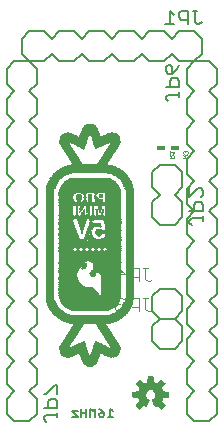
<source format=gbr>
G04 EAGLE Gerber RS-274X export*
G75*
%MOMM*%
%FSLAX34Y34*%
%LPD*%
%INSilkscreen Bottom*%
%IPPOS*%
%AMOC8*
5,1,8,0,0,1.08239X$1,22.5*%
G01*
%ADD10C,0.127000*%
%ADD11C,0.203200*%
%ADD12C,0.101600*%
%ADD13R,0.711200X0.406400*%
%ADD14C,0.025400*%
%ADD15R,0.451866X0.032259*%
%ADD16R,0.613156X0.032256*%
%ADD17R,0.709931X0.032259*%
%ADD18R,0.838963X0.032256*%
%ADD19R,0.903478X0.032259*%
%ADD20R,0.968247X0.032256*%
%ADD21R,1.032766X0.032259*%
%ADD22R,1.097534X0.032256*%
%ADD23R,1.162050X0.032259*%
%ADD24R,1.194306X0.032512*%
%ADD25R,1.226566X0.032256*%
%ADD26R,1.291081X0.032259*%
%ADD27R,1.323338X0.032256*%
%ADD28R,1.355597X0.032259*%
%ADD29R,1.355597X0.032256*%
%ADD30R,1.387856X0.032259*%
%ADD31R,1.420113X0.032256*%
%ADD32R,0.871472X0.032259*%
%ADD33R,0.484125X0.032259*%
%ADD34R,1.484631X0.032256*%
%ADD35R,1.484631X0.032259*%
%ADD36R,1.516888X0.032256*%
%ADD37R,0.064772X0.032259*%
%ADD38R,0.193550X0.032259*%
%ADD39R,0.839219X0.032259*%
%ADD40R,0.645413X0.032259*%
%ADD41R,0.355091X0.032259*%
%ADD42R,0.193800X0.032512*%
%ADD43R,0.258066X0.032512*%
%ADD44R,0.839219X0.032512*%
%ADD45R,0.645416X0.032512*%
%ADD46R,0.548641X0.032512*%
%ADD47R,0.645413X0.032256*%
%ADD48R,1.613662X0.032256*%
%ADD49R,0.677672X0.032256*%
%ADD50R,0.806956X0.032259*%
%ADD51R,0.774700X0.032259*%
%ADD52R,0.774447X0.032259*%
%ADD53R,0.806703X0.032259*%
%ADD54R,0.903731X0.032256*%
%ADD55R,0.774700X0.032256*%
%ADD56R,0.742188X0.032256*%
%ADD57R,0.774444X0.032259*%
%ADD58R,1.032763X0.032259*%
%ADD59R,1.129538X0.032256*%
%ADD60R,0.774447X0.032256*%
%ADD61R,0.774444X0.032256*%
%ADD62R,1.161797X0.032256*%
%ADD63R,1.226313X0.032259*%
%ADD64R,1.194056X0.032259*%
%ADD65R,1.355347X0.032256*%
%ADD66R,1.419859X0.032259*%
%ADD67R,1.420116X0.032259*%
%ADD68R,1.516888X0.032259*%
%ADD69R,2.420366X0.032256*%
%ADD70R,1.581659X0.032256*%
%ADD71R,0.097025X0.032259*%
%ADD72R,2.291334X0.032259*%
%ADD73R,2.420619X0.032259*%
%ADD74R,2.420619X0.032256*%
%ADD75R,2.388362X0.032256*%
%ADD76R,2.388362X0.032259*%
%ADD77R,2.420622X0.032256*%
%ADD78R,2.388359X0.032259*%
%ADD79R,2.420622X0.032259*%
%ADD80R,2.388359X0.032512*%
%ADD81R,2.388362X0.032512*%
%ADD82R,2.356103X0.032256*%
%ADD83R,2.356103X0.032259*%
%ADD84R,2.323847X0.032256*%
%ADD85R,2.323847X0.032259*%
%ADD86R,0.806959X0.032256*%
%ADD87R,1.420116X0.032256*%
%ADD88R,1.452372X0.032256*%
%ADD89R,0.806959X0.032259*%
%ADD90R,1.355600X0.032259*%
%ADD91R,1.323341X0.032259*%
%ADD92R,0.839216X0.032256*%
%ADD93R,1.258825X0.032256*%
%ADD94R,1.291084X0.032256*%
%ADD95R,0.839216X0.032259*%
%ADD96R,1.161797X0.032259*%
%ADD97R,0.871472X0.032256*%
%ADD98R,1.129791X0.032256*%
%ADD99R,1.000506X0.032259*%
%ADD100R,0.871475X0.032259*%
%ADD101R,0.871222X0.032259*%
%ADD102R,0.935991X0.032259*%
%ADD103R,0.935988X0.032259*%
%ADD104R,0.838963X0.032509*%
%ADD105R,0.871475X0.032509*%
%ADD106R,0.871472X0.032509*%
%ADD107R,0.871219X0.032259*%
%ADD108R,0.742441X0.032259*%
%ADD109R,0.710184X0.032259*%
%ADD110R,0.903731X0.032259*%
%ADD111R,0.871222X0.032256*%
%ADD112R,0.645669X0.032256*%
%ADD113R,0.516381X0.032259*%
%ADD114R,0.548641X0.032259*%
%ADD115R,0.451866X0.032256*%
%ADD116R,0.484122X0.032256*%
%ADD117R,0.355094X0.032259*%
%ADD118R,0.387350X0.032259*%
%ADD119R,0.871475X0.032256*%
%ADD120R,0.290575X0.032256*%
%ADD121R,0.322834X0.032256*%
%ADD122R,0.903478X0.032256*%
%ADD123R,0.193803X0.032259*%
%ADD124R,0.258316X0.032259*%
%ADD125R,0.129287X0.032256*%
%ADD126R,0.161544X0.032256*%
%ADD127R,0.064516X0.032259*%
%ADD128R,0.871472X0.032512*%
%ADD129R,0.871475X0.032512*%
%ADD130R,0.871219X0.032256*%
%ADD131R,0.838963X0.032259*%
%ADD132R,0.871222X0.032509*%
%ADD133R,0.903734X0.032259*%
%ADD134R,0.903734X0.032256*%
%ADD135R,1.129538X0.032259*%
%ADD136R,1.613662X0.032259*%
%ADD137R,3.163063X0.032256*%
%ADD138R,3.614675X0.032259*%
%ADD139R,3.937509X0.032256*%
%ADD140R,2.936747X0.032259*%
%ADD141R,1.097534X0.032259*%
%ADD142R,4.292600X0.032256*%
%ADD143R,4.421631X0.032512*%
%ADD144R,4.582922X0.032259*%
%ADD145R,4.711953X0.032256*%
%ADD146R,4.840988X0.032259*%
%ADD147R,4.970272X0.032259*%
%ADD148R,5.067047X0.032256*%
%ADD149R,5.164075X0.032259*%
%ADD150R,5.293106X0.032256*%
%ADD151R,5.357622X0.032259*%
%ADD152R,5.486653X0.032256*%
%ADD153R,5.551169X0.032259*%
%ADD154R,5.615687X0.032256*%
%ADD155R,5.712462X0.032259*%
%ADD156R,5.776975X0.032259*%
%ADD157R,5.841494X0.032256*%
%ADD158R,5.938522X0.032512*%
%ADD159R,2.904488X0.032259*%
%ADD160R,3.066288X0.032259*%
%ADD161R,1.484628X0.032256*%
%ADD162R,1.291081X0.032256*%
%ADD163R,1.226566X0.032259*%
%ADD164R,1.258822X0.032259*%
%ADD165R,1.162050X0.032256*%
%ADD166R,1.161794X0.032256*%
%ADD167R,1.129791X0.032259*%
%ADD168R,1.097281X0.032256*%
%ADD169R,1.065025X0.032259*%
%ADD170R,1.065022X0.032259*%
%ADD171R,1.000506X0.032256*%
%ADD172R,1.032763X0.032256*%
%ADD173R,0.968247X0.032259*%
%ADD174R,0.935991X0.032256*%
%ADD175R,0.935988X0.032256*%
%ADD176R,0.935988X0.032512*%
%ADD177R,3.356609X0.032512*%
%ADD178R,0.935737X0.032512*%
%ADD179R,3.550156X0.032259*%
%ADD180R,3.743706X0.032256*%
%ADD181R,0.903475X0.032256*%
%ADD182R,3.808222X0.032259*%
%ADD183R,3.969766X0.032256*%
%ADD184R,0.838959X0.032259*%
%ADD185R,4.066541X0.032259*%
%ADD186R,4.131309X0.032259*%
%ADD187R,0.419606X0.032259*%
%ADD188R,4.260344X0.032256*%
%ADD189R,4.324856X0.032259*%
%ADD190R,0.806706X0.032256*%
%ADD191R,4.421631X0.032256*%
%ADD192R,4.453891X0.032259*%
%ADD193R,0.806956X0.032256*%
%ADD194R,4.518406X0.032256*%
%ADD195R,4.615181X0.032259*%
%ADD196R,4.647438X0.032256*%
%ADD197R,4.711953X0.032259*%
%ADD198R,0.742441X0.032512*%
%ADD199R,4.776469X0.032512*%
%ADD200R,0.774700X0.032512*%
%ADD201R,4.776469X0.032256*%
%ADD202R,3.679444X0.032259*%
%ADD203R,4.905756X0.032256*%
%ADD204R,0.742444X0.032256*%
%ADD205R,0.742444X0.032259*%
%ADD206R,0.742441X0.032256*%
%ADD207R,4.970272X0.032256*%
%ADD208R,5.002531X0.032259*%
%ADD209R,5.034791X0.032256*%
%ADD210R,5.067300X0.032259*%
%ADD211R,5.099556X0.032256*%
%ADD212R,0.742188X0.032259*%
%ADD213R,5.164075X0.032256*%
%ADD214R,5.196331X0.032259*%
%ADD215R,0.710184X0.032256*%
%ADD216R,5.196331X0.032256*%
%ADD217R,0.709931X0.032256*%
%ADD218R,0.710184X0.032512*%
%ADD219R,5.228591X0.032512*%
%ADD220R,0.709931X0.032512*%
%ADD221R,5.228591X0.032259*%
%ADD222R,5.260850X0.032256*%
%ADD223R,5.293106X0.032259*%
%ADD224R,1.710691X0.032256*%
%ADD225R,3.550159X0.032256*%
%ADD226R,1.710691X0.032259*%
%ADD227R,3.550159X0.032259*%
%ADD228R,0.709928X0.032259*%
%ADD229R,3.033778X0.032256*%
%ADD230R,0.387350X0.032256*%
%ADD231R,0.709928X0.032256*%
%ADD232R,3.485644X0.032259*%
%ADD233R,3.453384X0.032259*%
%ADD234R,3.421128X0.032256*%
%ADD235R,3.388869X0.032259*%
%ADD236R,3.388869X0.032256*%
%ADD237R,3.324353X0.032259*%
%ADD238R,3.324353X0.032256*%
%ADD239R,3.292094X0.032259*%
%ADD240R,0.742444X0.032512*%
%ADD241R,1.710691X0.032512*%
%ADD242R,3.259838X0.032512*%
%ADD243R,0.742188X0.032512*%
%ADD244R,3.227578X0.032256*%
%ADD245R,3.195322X0.032259*%
%ADD246R,3.162809X0.032256*%
%ADD247R,3.130550X0.032259*%
%ADD248R,3.098294X0.032259*%
%ADD249R,3.066034X0.032256*%
%ADD250R,3.033778X0.032259*%
%ADD251R,3.001519X0.032256*%
%ADD252R,2.969259X0.032259*%
%ADD253R,2.937003X0.032256*%
%ADD254R,2.904744X0.032259*%
%ADD255R,2.549653X0.032259*%
%ADD256R,2.259331X0.032259*%
%ADD257R,0.742444X0.032509*%
%ADD258R,1.710691X0.032509*%
%ADD259R,2.194816X0.032509*%
%ADD260R,0.742188X0.032509*%
%ADD261R,2.130044X0.032259*%
%ADD262R,2.065528X0.032259*%
%ADD263R,2.033272X0.032256*%
%ADD264R,1.968756X0.032259*%
%ADD265R,1.936497X0.032256*%
%ADD266R,1.904238X0.032259*%
%ADD267R,1.871981X0.032256*%
%ADD268R,1.871981X0.032259*%
%ADD269R,1.807466X0.032259*%
%ADD270R,1.807466X0.032256*%
%ADD271R,1.775206X0.032259*%
%ADD272R,1.742950X0.032256*%
%ADD273R,1.742950X0.032259*%
%ADD274R,1.678178X0.032512*%
%ADD275R,1.645922X0.032256*%
%ADD276R,1.645922X0.032259*%
%ADD277R,1.581406X0.032256*%
%ADD278R,0.290322X0.032259*%
%ADD279R,1.581406X0.032259*%
%ADD280R,1.742947X0.032256*%
%ADD281R,0.354838X0.032256*%
%ADD282R,1.742947X0.032259*%
%ADD283R,0.419609X0.032259*%
%ADD284R,1.807463X0.032509*%
%ADD285R,0.580900X0.032509*%
%ADD286R,1.581406X0.032509*%
%ADD287R,1.807463X0.032259*%
%ADD288R,0.580900X0.032259*%
%ADD289R,1.839722X0.032259*%
%ADD290R,1.871978X0.032256*%
%ADD291R,0.516381X0.032256*%
%ADD292R,1.936497X0.032259*%
%ADD293R,2.033269X0.032256*%
%ADD294R,2.646678X0.032259*%
%ADD295R,2.614422X0.032256*%
%ADD296R,2.581909X0.032259*%
%ADD297R,2.549650X0.032256*%
%ADD298R,2.517394X0.032259*%
%ADD299R,2.485134X0.032259*%
%ADD300R,1.678178X0.032259*%
%ADD301R,2.452878X0.032256*%
%ADD302R,1.678178X0.032256*%
%ADD303R,0.064516X0.032256*%
%ADD304R,0.226059X0.032259*%
%ADD305R,2.356103X0.032512*%
%ADD306R,0.290575X0.032512*%
%ADD307R,1.775206X0.032512*%
%ADD308R,0.355091X0.032256*%
%ADD309R,0.419609X0.032256*%
%ADD310R,2.452878X0.032259*%
%ADD311R,2.356106X0.032259*%
%ADD312R,2.291587X0.032256*%
%ADD313R,2.485134X0.032512*%
%ADD314R,2.259331X0.032512*%
%ADD315R,2.194816X0.032256*%
%ADD316R,2.614422X0.032259*%
%ADD317R,2.711197X0.032259*%
%ADD318R,5.293106X0.032512*%
%ADD319R,4.776725X0.032259*%
%ADD320R,0.419606X0.032256*%
%ADD321R,1.323341X0.032256*%
%ADD322R,1.323341X0.032512*%
%ADD323R,0.322834X0.032512*%
%ADD324R,0.322831X0.032512*%
%ADD325R,1.291081X0.032512*%
%ADD326R,0.258319X0.032259*%
%ADD327R,0.226062X0.032259*%
%ADD328R,1.258825X0.032259*%
%ADD329R,0.226059X0.032256*%
%ADD330R,0.193800X0.032256*%
%ADD331R,0.226062X0.032256*%
%ADD332R,0.193800X0.032259*%
%ADD333R,4.776725X0.032256*%
%ADD334R,0.225806X0.032259*%
%ADD335R,2.711197X0.032256*%
%ADD336R,2.549653X0.032256*%
%ADD337R,4.873500X0.032256*%
%ADD338R,2.807969X0.032259*%
%ADD339R,2.807969X0.032256*%
%ADD340R,1.646175X0.032259*%
%ADD341R,1.581403X0.032256*%
%ADD342R,1.775206X0.032256*%
%ADD343R,1.420113X0.032259*%
%ADD344R,1.387856X0.032256*%
%ADD345R,0.645416X0.032259*%
%ADD346R,0.322578X0.032256*%
%ADD347R,0.645416X0.032256*%
%ADD348R,0.419353X0.032259*%
%ADD349R,0.580897X0.032259*%
%ADD350R,0.161544X0.032259*%
%ADD351R,0.581153X0.032256*%
%ADD352R,0.645666X0.032259*%
%ADD353R,0.516384X0.032259*%
%ADD354R,0.064519X0.032259*%
%ADD355R,2.194813X0.032512*%
%ADD356R,0.516384X0.032512*%
%ADD357R,0.096775X0.032512*%
%ADD358R,1.613662X0.032512*%
%ADD359R,2.194813X0.032256*%
%ADD360R,0.484125X0.032256*%
%ADD361R,0.096775X0.032256*%
%ADD362R,2.194813X0.032259*%
%ADD363R,0.096775X0.032259*%
%ADD364R,0.161291X0.032259*%
%ADD365R,0.161291X0.032256*%
%ADD366R,1.549147X0.032256*%
%ADD367R,1.549147X0.032259*%
%ADD368R,2.162556X0.032256*%
%ADD369R,0.193550X0.032256*%
%ADD370R,2.130297X0.032259*%
%ADD371R,2.130297X0.032256*%
%ADD372R,0.225806X0.032256*%
%ADD373R,0.483869X0.032259*%
%ADD374R,0.258063X0.032259*%
%ADD375R,0.387097X0.032256*%
%ADD376R,0.290322X0.032256*%
%ADD377R,0.258066X0.032259*%
%ADD378R,0.354838X0.032259*%
%ADD379R,1.452372X0.032259*%
%ADD380R,0.387094X0.032256*%
%ADD381R,1.387856X0.032512*%
%ADD382R,0.064516X0.032512*%
%ADD383R,0.387094X0.032512*%
%ADD384R,1.420116X0.032512*%
%ADD385R,0.096772X0.032259*%
%ADD386R,0.225803X0.032256*%
%ADD387R,0.677928X0.032256*%
%ADD388R,0.419353X0.032256*%
%ADD389R,0.451613X0.032259*%
%ADD390R,1.097278X0.032256*%
%ADD391R,1.097278X0.032259*%
%ADD392R,0.516637X0.032259*%
%ADD393R,0.516637X0.032256*%
%ADD394R,1.355600X0.032256*%
%ADD395R,0.548894X0.032259*%
%ADD396R,1.032766X0.032256*%
%ADD397R,0.581150X0.032256*%
%ADD398R,0.581150X0.032259*%
%ADD399R,0.613409X0.032256*%
%ADD400R,0.322834X0.032259*%
%ADD401R,0.645669X0.032259*%
%ADD402R,0.677925X0.032256*%
%ADD403R,0.677925X0.032259*%
%ADD404R,1.452372X0.032512*%
%ADD405R,0.226059X0.032512*%
%ADD406R,0.710181X0.032512*%
%ADD407R,1.226566X0.032512*%
%ADD408R,0.193803X0.032256*%
%ADD409R,0.710181X0.032256*%
%ADD410R,1.484628X0.032259*%
%ADD411R,0.258316X0.032256*%
%ADD412R,0.290575X0.032259*%
%ADD413R,2.678937X0.032256*%
%ADD414R,0.290578X0.032256*%
%ADD415R,0.258319X0.032512*%
%ADD416R,0.225806X0.032512*%
%ADD417R,0.419609X0.032512*%
%ADD418R,1.258825X0.032512*%
%ADD419R,0.258066X0.032256*%
%ADD420R,0.032259X0.032259*%
%ADD421R,0.096772X0.032256*%
%ADD422R,0.129287X0.032259*%
%ADD423R,0.129031X0.032259*%
%ADD424R,0.129284X0.032259*%
%ADD425R,0.097028X0.032256*%
%ADD426R,0.129031X0.032256*%
%ADD427R,0.129284X0.032256*%
%ADD428R,0.097028X0.032259*%
%ADD429R,0.193547X0.032259*%
%ADD430R,1.355597X0.032512*%
%ADD431R,0.097028X0.032512*%
%ADD432R,0.193547X0.032512*%
%ADD433R,0.064769X0.032512*%
%ADD434R,0.193550X0.032512*%
%ADD435R,0.064769X0.032256*%
%ADD436R,0.064769X0.032259*%
%ADD437R,0.322581X0.032256*%
%ADD438R,0.322578X0.032259*%
%ADD439R,0.387097X0.032259*%
%ADD440R,0.710181X0.032259*%
%ADD441R,0.258319X0.032256*%
%ADD442R,0.355094X0.032256*%
%ADD443R,0.322831X0.032259*%
%ADD444R,0.548641X0.032256*%
%ADD445R,0.258316X0.032512*%
%ADD446R,0.322831X0.032256*%
%ADD447R,0.516384X0.032256*%
%ADD448R,5.260850X0.032259*%
%ADD449R,5.228591X0.032256*%
%ADD450R,5.099556X0.032259*%
%ADD451R,5.034791X0.032259*%
%ADD452R,4.970272X0.032512*%
%ADD453R,4.873497X0.032259*%
%ADD454R,4.840988X0.032256*%
%ADD455R,4.776469X0.032259*%
%ADD456R,4.744213X0.032256*%
%ADD457R,4.647438X0.032259*%
%ADD458R,3.743959X0.032259*%
%ADD459R,4.453891X0.032256*%
%ADD460R,4.357116X0.032259*%
%ADD461R,0.806703X0.032256*%
%ADD462R,4.195825X0.032259*%
%ADD463R,4.131309X0.032256*%
%ADD464R,0.871219X0.032512*%
%ADD465R,4.034281X0.032512*%
%ADD466R,3.937509X0.032259*%
%ADD467R,3.775963X0.032256*%
%ADD468R,3.679191X0.032259*%
%ADD469R,0.903475X0.032259*%
%ADD470R,3.485644X0.032256*%
%ADD471R,0.935737X0.032259*%
%ADD472R,0.968250X0.032259*%
%ADD473R,0.968250X0.032256*%
%ADD474R,1.065025X0.032256*%
%ADD475R,1.097281X0.032259*%
%ADD476R,1.129541X0.032256*%
%ADD477R,1.194306X0.032259*%
%ADD478R,1.258822X0.032509*%
%ADD479R,1.291081X0.032509*%
%ADD480R,5.938522X0.032259*%
%ADD481R,5.906263X0.032256*%
%ADD482R,5.809234X0.032259*%
%ADD483R,5.744719X0.032256*%
%ADD484R,5.680203X0.032259*%
%ADD485R,5.583428X0.032256*%
%ADD486R,5.518912X0.032259*%
%ADD487R,5.422137X0.032259*%
%ADD488R,5.325363X0.032256*%
%ADD489R,5.131816X0.032256*%
%ADD490R,5.002531X0.032512*%
%ADD491R,4.905756X0.032259*%
%ADD492R,4.615181X0.032256*%
%ADD493R,4.615178X0.032259*%
%ADD494R,4.389375X0.032259*%
%ADD495R,4.195825X0.032256*%
%ADD496R,3.969766X0.032259*%
%ADD497R,3.517900X0.032256*%
%ADD498R,0.903734X0.032509*%
%ADD499R,0.613409X0.032259*%
%ADD500R,0.871222X0.032512*%
%ADD501R,0.839216X0.032512*%
%ADD502R,0.032259X0.032256*%
%ADD503R,0.484122X0.032259*%
%ADD504R,0.580897X0.032256*%
%ADD505R,0.903734X0.032512*%
%ADD506R,0.903731X0.032512*%
%ADD507R,1.065022X0.032256*%
%ADD508R,1.194053X0.032256*%
%ADD509R,1.194309X0.032256*%
%ADD510R,2.420619X0.032512*%
%ADD511R,2.388359X0.032256*%
%ADD512R,2.388109X0.032256*%
%ADD513R,2.388106X0.032259*%
%ADD514R,1.419859X0.032256*%
%ADD515R,1.323087X0.032259*%
%ADD516R,0.613156X0.032259*%
%ADD517R,0.516381X0.032512*%
%ADD518R,1.581406X0.032512*%
%ADD519R,1.162050X0.032512*%
%ADD520R,0.806706X0.032259*%

G36*
X131494Y10052D02*
X131494Y10052D01*
X131602Y10062D01*
X131615Y10068D01*
X131629Y10070D01*
X131726Y10118D01*
X131825Y10163D01*
X131838Y10174D01*
X131847Y10178D01*
X131862Y10194D01*
X131939Y10256D01*
X134524Y12841D01*
X134587Y12930D01*
X134653Y13015D01*
X134658Y13028D01*
X134666Y13040D01*
X134697Y13143D01*
X134733Y13246D01*
X134733Y13260D01*
X134737Y13273D01*
X134733Y13381D01*
X134734Y13490D01*
X134729Y13503D01*
X134729Y13517D01*
X134691Y13619D01*
X134656Y13721D01*
X134647Y13736D01*
X134643Y13745D01*
X134629Y13762D01*
X134575Y13844D01*
X131811Y17234D01*
X132368Y18316D01*
X132374Y18336D01*
X132416Y18431D01*
X132787Y19590D01*
X137138Y20033D01*
X137242Y20061D01*
X137348Y20086D01*
X137360Y20093D01*
X137373Y20096D01*
X137463Y20157D01*
X137556Y20214D01*
X137564Y20225D01*
X137576Y20233D01*
X137642Y20319D01*
X137711Y20403D01*
X137715Y20416D01*
X137724Y20427D01*
X137758Y20530D01*
X137797Y20631D01*
X137798Y20649D01*
X137802Y20658D01*
X137802Y20680D01*
X137811Y20778D01*
X137811Y24434D01*
X137794Y24541D01*
X137780Y24649D01*
X137774Y24661D01*
X137772Y24675D01*
X137720Y24771D01*
X137673Y24868D01*
X137663Y24878D01*
X137657Y24890D01*
X137577Y24964D01*
X137501Y25041D01*
X137489Y25047D01*
X137479Y25057D01*
X137380Y25102D01*
X137283Y25150D01*
X137265Y25154D01*
X137256Y25158D01*
X137235Y25160D01*
X137138Y25179D01*
X132787Y25622D01*
X132416Y26781D01*
X132407Y26799D01*
X132405Y26806D01*
X132401Y26813D01*
X132368Y26896D01*
X131811Y27978D01*
X134575Y31368D01*
X134629Y31462D01*
X134686Y31554D01*
X134689Y31567D01*
X134696Y31579D01*
X134717Y31686D01*
X134742Y31791D01*
X134740Y31805D01*
X134743Y31819D01*
X134728Y31926D01*
X134718Y32034D01*
X134712Y32047D01*
X134710Y32061D01*
X134662Y32158D01*
X134617Y32257D01*
X134606Y32270D01*
X134602Y32279D01*
X134586Y32294D01*
X134524Y32371D01*
X131939Y34956D01*
X131850Y35019D01*
X131765Y35085D01*
X131752Y35090D01*
X131740Y35098D01*
X131637Y35129D01*
X131534Y35165D01*
X131520Y35165D01*
X131507Y35169D01*
X131399Y35165D01*
X131290Y35166D01*
X131277Y35161D01*
X131263Y35161D01*
X131161Y35123D01*
X131059Y35088D01*
X131044Y35079D01*
X131035Y35075D01*
X131018Y35061D01*
X130936Y35007D01*
X127546Y32243D01*
X126464Y32800D01*
X126444Y32806D01*
X126349Y32848D01*
X125190Y33219D01*
X124747Y37570D01*
X124719Y37674D01*
X124694Y37780D01*
X124687Y37792D01*
X124684Y37805D01*
X124623Y37895D01*
X124566Y37988D01*
X124555Y37996D01*
X124547Y38008D01*
X124461Y38074D01*
X124377Y38143D01*
X124364Y38147D01*
X124353Y38156D01*
X124250Y38190D01*
X124149Y38229D01*
X124131Y38230D01*
X124122Y38234D01*
X124100Y38234D01*
X124002Y38243D01*
X120346Y38243D01*
X120239Y38226D01*
X120131Y38212D01*
X120119Y38206D01*
X120105Y38204D01*
X120009Y38152D01*
X119912Y38105D01*
X119902Y38095D01*
X119890Y38089D01*
X119816Y38009D01*
X119739Y37933D01*
X119733Y37921D01*
X119723Y37911D01*
X119678Y37812D01*
X119630Y37715D01*
X119626Y37697D01*
X119622Y37688D01*
X119620Y37667D01*
X119601Y37570D01*
X119158Y33219D01*
X117999Y32848D01*
X117981Y32838D01*
X117884Y32800D01*
X116802Y32243D01*
X113412Y35007D01*
X113318Y35061D01*
X113226Y35118D01*
X113213Y35121D01*
X113201Y35128D01*
X113094Y35149D01*
X112989Y35174D01*
X112975Y35172D01*
X112961Y35175D01*
X112854Y35160D01*
X112746Y35150D01*
X112733Y35144D01*
X112720Y35142D01*
X112622Y35094D01*
X112523Y35049D01*
X112510Y35038D01*
X112501Y35034D01*
X112486Y35018D01*
X112409Y34956D01*
X109824Y32371D01*
X109761Y32282D01*
X109695Y32197D01*
X109690Y32184D01*
X109682Y32172D01*
X109651Y32069D01*
X109615Y31966D01*
X109615Y31952D01*
X109611Y31939D01*
X109615Y31831D01*
X109614Y31722D01*
X109619Y31709D01*
X109619Y31695D01*
X109657Y31593D01*
X109692Y31491D01*
X109701Y31476D01*
X109705Y31467D01*
X109719Y31450D01*
X109773Y31368D01*
X112537Y27978D01*
X111980Y26896D01*
X111974Y26876D01*
X111932Y26781D01*
X111561Y25622D01*
X107210Y25179D01*
X107106Y25151D01*
X107000Y25126D01*
X106988Y25119D01*
X106975Y25116D01*
X106885Y25055D01*
X106792Y24998D01*
X106784Y24987D01*
X106772Y24979D01*
X106706Y24893D01*
X106638Y24809D01*
X106633Y24796D01*
X106624Y24785D01*
X106590Y24682D01*
X106551Y24581D01*
X106550Y24563D01*
X106546Y24554D01*
X106547Y24532D01*
X106537Y24434D01*
X106537Y20778D01*
X106554Y20671D01*
X106568Y20563D01*
X106574Y20551D01*
X106576Y20537D01*
X106628Y20441D01*
X106675Y20344D01*
X106685Y20334D01*
X106691Y20322D01*
X106771Y20248D01*
X106847Y20171D01*
X106859Y20165D01*
X106870Y20155D01*
X106968Y20110D01*
X107065Y20062D01*
X107083Y20058D01*
X107092Y20054D01*
X107113Y20052D01*
X107210Y20033D01*
X111561Y19590D01*
X111932Y18431D01*
X111942Y18413D01*
X111980Y18316D01*
X112537Y17234D01*
X109773Y13844D01*
X109719Y13750D01*
X109662Y13658D01*
X109659Y13645D01*
X109652Y13633D01*
X109631Y13526D01*
X109606Y13421D01*
X109608Y13407D01*
X109605Y13393D01*
X109620Y13286D01*
X109630Y13178D01*
X109636Y13165D01*
X109638Y13152D01*
X109686Y13054D01*
X109731Y12955D01*
X109742Y12942D01*
X109746Y12933D01*
X109762Y12918D01*
X109824Y12841D01*
X112409Y10256D01*
X112498Y10193D01*
X112583Y10127D01*
X112596Y10122D01*
X112608Y10114D01*
X112711Y10083D01*
X112814Y10047D01*
X112828Y10047D01*
X112841Y10043D01*
X112949Y10047D01*
X113058Y10046D01*
X113071Y10051D01*
X113085Y10051D01*
X113187Y10089D01*
X113289Y10124D01*
X113304Y10133D01*
X113313Y10137D01*
X113330Y10151D01*
X113412Y10205D01*
X116802Y12969D01*
X117884Y12412D01*
X117937Y12395D01*
X117986Y12369D01*
X118052Y12358D01*
X118116Y12337D01*
X118172Y12338D01*
X118226Y12329D01*
X118293Y12340D01*
X118360Y12341D01*
X118412Y12359D01*
X118467Y12368D01*
X118527Y12400D01*
X118590Y12423D01*
X118633Y12457D01*
X118683Y12483D01*
X118729Y12532D01*
X118781Y12574D01*
X118812Y12621D01*
X118850Y12661D01*
X118906Y12766D01*
X118914Y12779D01*
X118915Y12784D01*
X118919Y12791D01*
X121072Y17988D01*
X121092Y18071D01*
X121097Y18084D01*
X121099Y18100D01*
X121124Y18185D01*
X121123Y18206D01*
X121128Y18226D01*
X121120Y18308D01*
X121121Y18327D01*
X121117Y18347D01*
X121113Y18428D01*
X121106Y18448D01*
X121104Y18469D01*
X121072Y18538D01*
X121066Y18565D01*
X121051Y18589D01*
X121025Y18656D01*
X121012Y18672D01*
X121003Y18691D01*
X120958Y18740D01*
X120938Y18772D01*
X120907Y18797D01*
X120869Y18843D01*
X120846Y18859D01*
X120836Y18869D01*
X120815Y18881D01*
X120750Y18926D01*
X120749Y18927D01*
X120748Y18928D01*
X119849Y19434D01*
X119162Y20078D01*
X118647Y20866D01*
X118335Y21754D01*
X118243Y22691D01*
X118376Y23623D01*
X118727Y24497D01*
X119276Y25262D01*
X119990Y25875D01*
X120830Y26300D01*
X121747Y26514D01*
X122688Y26504D01*
X123600Y26270D01*
X124430Y25827D01*
X125131Y25198D01*
X125663Y24421D01*
X125994Y23540D01*
X126107Y22605D01*
X125999Y21688D01*
X125679Y20820D01*
X125165Y20051D01*
X124486Y19424D01*
X123602Y18929D01*
X123560Y18896D01*
X123518Y18873D01*
X123487Y18840D01*
X123439Y18805D01*
X123427Y18789D01*
X123411Y18776D01*
X123376Y18721D01*
X123351Y18695D01*
X123338Y18665D01*
X123296Y18607D01*
X123290Y18588D01*
X123280Y18571D01*
X123261Y18496D01*
X123251Y18473D01*
X123248Y18449D01*
X123225Y18374D01*
X123226Y18354D01*
X123221Y18334D01*
X123228Y18248D01*
X123227Y18230D01*
X123230Y18214D01*
X123233Y18130D01*
X123241Y18105D01*
X123242Y18091D01*
X123252Y18069D01*
X123276Y17988D01*
X124205Y15745D01*
X124205Y15744D01*
X125136Y13497D01*
X125137Y13497D01*
X125429Y12791D01*
X125458Y12744D01*
X125479Y12692D01*
X125522Y12641D01*
X125558Y12584D01*
X125601Y12549D01*
X125637Y12506D01*
X125694Y12472D01*
X125746Y12429D01*
X125798Y12410D01*
X125846Y12381D01*
X125912Y12367D01*
X125975Y12343D01*
X126030Y12341D01*
X126084Y12330D01*
X126151Y12337D01*
X126218Y12335D01*
X126272Y12351D01*
X126327Y12358D01*
X126438Y12402D01*
X126452Y12406D01*
X126456Y12409D01*
X126464Y12412D01*
X127546Y12969D01*
X130936Y10205D01*
X131030Y10151D01*
X131122Y10094D01*
X131135Y10091D01*
X131147Y10084D01*
X131254Y10063D01*
X131359Y10038D01*
X131373Y10040D01*
X131387Y10037D01*
X131494Y10052D01*
G37*
D10*
X90126Y8513D02*
X87838Y10801D01*
X87838Y3937D01*
X90126Y3937D02*
X85550Y3937D01*
X80354Y9657D02*
X78066Y10801D01*
X80354Y9657D02*
X82642Y7369D01*
X82642Y5081D01*
X81498Y3937D01*
X79210Y3937D01*
X78066Y5081D01*
X78066Y6225D01*
X79210Y7369D01*
X82642Y7369D01*
X75157Y3937D02*
X75157Y10801D01*
X72870Y8513D01*
X70582Y10801D01*
X70582Y3937D01*
X67673Y3937D02*
X67673Y10801D01*
X67673Y7369D02*
X63097Y7369D01*
X63097Y10801D02*
X63097Y3937D01*
X60189Y8513D02*
X55613Y8513D01*
X60189Y3937D01*
X55613Y3937D01*
D11*
X152400Y133350D02*
X152400Y146050D01*
X152400Y133350D02*
X158750Y127000D01*
X171450Y127000D02*
X177800Y133350D01*
X152400Y171450D02*
X158750Y177800D01*
X152400Y171450D02*
X152400Y158750D01*
X158750Y152400D01*
X171450Y152400D02*
X177800Y158750D01*
X177800Y171450D01*
X171450Y177800D01*
X158750Y152400D02*
X152400Y146050D01*
X171450Y152400D02*
X177800Y146050D01*
X177800Y133350D01*
X152400Y209550D02*
X152400Y222250D01*
X152400Y209550D02*
X158750Y203200D01*
X171450Y203200D02*
X177800Y209550D01*
X158750Y203200D02*
X152400Y196850D01*
X152400Y184150D01*
X158750Y177800D01*
X171450Y177800D02*
X177800Y184150D01*
X177800Y196850D01*
X171450Y203200D01*
X152400Y247650D02*
X158750Y254000D01*
X152400Y247650D02*
X152400Y234950D01*
X158750Y228600D01*
X171450Y228600D02*
X177800Y234950D01*
X177800Y247650D01*
X171450Y254000D01*
X158750Y228600D02*
X152400Y222250D01*
X171450Y228600D02*
X177800Y222250D01*
X177800Y209550D01*
X152400Y285750D02*
X152400Y298450D01*
X152400Y285750D02*
X158750Y279400D01*
X171450Y279400D02*
X177800Y285750D01*
X158750Y279400D02*
X152400Y273050D01*
X152400Y260350D01*
X158750Y254000D01*
X171450Y254000D02*
X177800Y260350D01*
X177800Y273050D01*
X171450Y279400D01*
X171450Y304800D02*
X158750Y304800D01*
X152400Y298450D01*
X171450Y304800D02*
X177800Y298450D01*
X177800Y285750D01*
X152400Y120650D02*
X152400Y107950D01*
X158750Y101600D01*
X171450Y101600D02*
X177800Y107950D01*
X158750Y127000D02*
X152400Y120650D01*
X171450Y127000D02*
X177800Y120650D01*
X177800Y107950D01*
X152400Y95250D02*
X152400Y82550D01*
X158750Y76200D01*
X171450Y76200D02*
X177800Y82550D01*
X158750Y101600D02*
X152400Y95250D01*
X171450Y101600D02*
X177800Y95250D01*
X177800Y82550D01*
X152400Y69850D02*
X152400Y57150D01*
X158750Y50800D01*
X171450Y50800D02*
X177800Y57150D01*
X158750Y76200D02*
X152400Y69850D01*
X171450Y76200D02*
X177800Y69850D01*
X177800Y57150D01*
X152400Y44450D02*
X152400Y31750D01*
X158750Y25400D01*
X171450Y25400D02*
X177800Y31750D01*
X158750Y50800D02*
X152400Y44450D01*
X171450Y50800D02*
X177800Y44450D01*
X177800Y31750D01*
X152400Y19050D02*
X152400Y6350D01*
X158750Y0D01*
X171450Y0D01*
X177800Y6350D01*
X158750Y25400D02*
X152400Y19050D01*
X171450Y25400D02*
X177800Y19050D01*
X177800Y6350D01*
D10*
X136654Y271115D02*
X134747Y273022D01*
X134747Y274928D01*
X136654Y276835D01*
X146187Y276835D01*
X146187Y274928D02*
X146187Y278742D01*
X146187Y282809D02*
X134747Y282809D01*
X146187Y282809D02*
X146187Y288529D01*
X144280Y290436D01*
X140467Y290436D01*
X138560Y288529D01*
X138560Y282809D01*
X144280Y298316D02*
X146187Y302129D01*
X144280Y298316D02*
X140467Y294503D01*
X136654Y294503D01*
X134747Y296410D01*
X134747Y300223D01*
X136654Y302129D01*
X138560Y302129D01*
X140467Y300223D01*
X140467Y294503D01*
D11*
X25400Y171450D02*
X25400Y158750D01*
X25400Y171450D02*
X19050Y177800D01*
X6350Y177800D02*
X0Y171450D01*
X25400Y133350D02*
X19050Y127000D01*
X25400Y133350D02*
X25400Y146050D01*
X19050Y152400D01*
X6350Y152400D02*
X0Y146050D01*
X0Y133350D01*
X6350Y127000D01*
X19050Y152400D02*
X25400Y158750D01*
X6350Y152400D02*
X0Y158750D01*
X0Y171450D01*
X25400Y95250D02*
X25400Y82550D01*
X25400Y95250D02*
X19050Y101600D01*
X6350Y101600D02*
X0Y95250D01*
X19050Y101600D02*
X25400Y107950D01*
X25400Y120650D01*
X19050Y127000D01*
X6350Y127000D02*
X0Y120650D01*
X0Y107950D01*
X6350Y101600D01*
X25400Y57150D02*
X19050Y50800D01*
X25400Y57150D02*
X25400Y69850D01*
X19050Y76200D01*
X6350Y76200D02*
X0Y69850D01*
X0Y57150D01*
X6350Y50800D01*
X19050Y76200D02*
X25400Y82550D01*
X6350Y76200D02*
X0Y82550D01*
X0Y95250D01*
X25400Y19050D02*
X25400Y6350D01*
X25400Y19050D02*
X19050Y25400D01*
X6350Y25400D02*
X0Y19050D01*
X19050Y25400D02*
X25400Y31750D01*
X25400Y44450D01*
X19050Y50800D01*
X6350Y50800D02*
X0Y44450D01*
X0Y31750D01*
X6350Y25400D01*
X6350Y0D02*
X19050Y0D01*
X25400Y6350D01*
X6350Y0D02*
X0Y6350D01*
X0Y19050D01*
X25400Y184150D02*
X25400Y196850D01*
X19050Y203200D01*
X6350Y203200D02*
X0Y196850D01*
X19050Y177800D02*
X25400Y184150D01*
X6350Y177800D02*
X0Y184150D01*
X0Y196850D01*
X25400Y209550D02*
X25400Y222250D01*
X19050Y228600D01*
X6350Y228600D02*
X0Y222250D01*
X19050Y203200D02*
X25400Y209550D01*
X6350Y203200D02*
X0Y209550D01*
X0Y222250D01*
X25400Y234950D02*
X25400Y247650D01*
X19050Y254000D01*
X6350Y254000D02*
X0Y247650D01*
X19050Y228600D02*
X25400Y234950D01*
X6350Y228600D02*
X0Y234950D01*
X0Y247650D01*
X25400Y260350D02*
X25400Y273050D01*
X19050Y279400D01*
X6350Y279400D02*
X0Y273050D01*
X19050Y254000D02*
X25400Y260350D01*
X6350Y254000D02*
X0Y260350D01*
X0Y273050D01*
X25400Y285750D02*
X25400Y298450D01*
X19050Y304800D01*
X6350Y304800D01*
X0Y298450D01*
X19050Y279400D02*
X25400Y285750D01*
X6350Y279400D02*
X0Y285750D01*
X0Y298450D01*
D10*
X31623Y1780D02*
X33530Y-127D01*
X31623Y1780D02*
X31623Y3686D01*
X33530Y5593D01*
X43063Y5593D01*
X43063Y3686D02*
X43063Y7500D01*
X43063Y11567D02*
X31623Y11567D01*
X43063Y11567D02*
X43063Y17287D01*
X41156Y19193D01*
X37343Y19193D01*
X35436Y17287D01*
X35436Y11567D01*
X43063Y23261D02*
X43063Y30887D01*
X41156Y30887D01*
X33530Y23261D01*
X31623Y23261D01*
D11*
X148590Y172720D02*
X148590Y185420D01*
X142240Y191770D01*
X129540Y191770D02*
X123190Y185420D01*
X142240Y191770D02*
X148590Y198120D01*
X148590Y210820D01*
X142240Y217170D01*
X129540Y217170D02*
X123190Y210820D01*
X123190Y198120D01*
X129540Y191770D01*
X129540Y166370D02*
X142240Y166370D01*
X148590Y172720D01*
X129540Y166370D02*
X123190Y172720D01*
X123190Y185420D01*
X129540Y217170D02*
X142240Y217170D01*
D10*
X154813Y168150D02*
X156720Y166243D01*
X154813Y168150D02*
X154813Y170056D01*
X156720Y171963D01*
X166253Y171963D01*
X166253Y170056D02*
X166253Y173870D01*
X166253Y177937D02*
X154813Y177937D01*
X166253Y177937D02*
X166253Y183657D01*
X164346Y185563D01*
X160533Y185563D01*
X158626Y183657D01*
X158626Y177937D01*
X154813Y189631D02*
X154813Y197257D01*
X154813Y189631D02*
X162440Y197257D01*
X164346Y197257D01*
X166253Y195351D01*
X166253Y191538D01*
X164346Y189631D01*
D11*
X38100Y323850D02*
X31750Y330200D01*
X19050Y330200D01*
X12700Y323850D01*
X12700Y311150D02*
X19050Y304800D01*
X31750Y304800D01*
X38100Y311150D01*
X69850Y330200D02*
X82550Y330200D01*
X69850Y330200D02*
X63500Y323850D01*
X63500Y311150D02*
X69850Y304800D01*
X63500Y323850D02*
X57150Y330200D01*
X44450Y330200D01*
X38100Y323850D01*
X38100Y311150D02*
X44450Y304800D01*
X57150Y304800D01*
X63500Y311150D01*
X107950Y330200D02*
X114300Y323850D01*
X107950Y330200D02*
X95250Y330200D01*
X88900Y323850D01*
X88900Y311150D02*
X95250Y304800D01*
X107950Y304800D01*
X114300Y311150D01*
X88900Y323850D02*
X82550Y330200D01*
X88900Y311150D02*
X82550Y304800D01*
X69850Y304800D01*
X146050Y330200D02*
X158750Y330200D01*
X146050Y330200D02*
X139700Y323850D01*
X139700Y311150D02*
X146050Y304800D01*
X139700Y323850D02*
X133350Y330200D01*
X120650Y330200D01*
X114300Y323850D01*
X114300Y311150D02*
X120650Y304800D01*
X133350Y304800D01*
X139700Y311150D01*
X165100Y311150D02*
X165100Y323850D01*
X158750Y330200D01*
X165100Y311150D02*
X158750Y304800D01*
X146050Y304800D01*
X12700Y311150D02*
X12700Y323850D01*
D10*
X163320Y336423D02*
X165227Y338330D01*
X163320Y336423D02*
X161414Y336423D01*
X159507Y338330D01*
X159507Y347863D01*
X157601Y347863D02*
X161414Y347863D01*
X153533Y347863D02*
X153533Y336423D01*
X153533Y347863D02*
X147813Y347863D01*
X145907Y345956D01*
X145907Y342143D01*
X147813Y340236D01*
X153533Y340236D01*
X141839Y344050D02*
X138026Y347863D01*
X138026Y336423D01*
X141839Y336423D02*
X134213Y336423D01*
D11*
X129540Y87122D02*
X123190Y80772D01*
X129540Y87122D02*
X142240Y87122D01*
X148590Y80772D01*
X148590Y68072D01*
X142240Y61722D01*
X129540Y61722D01*
X123190Y68072D01*
X123190Y80772D01*
D12*
X121495Y93218D02*
X123444Y95167D01*
X121495Y93218D02*
X119546Y93218D01*
X117597Y95167D01*
X117597Y104912D01*
X119546Y104912D02*
X115648Y104912D01*
X111750Y104912D02*
X111750Y93218D01*
X111750Y104912D02*
X105903Y104912D01*
X103954Y102963D01*
X103954Y99065D01*
X105903Y97116D01*
X111750Y97116D01*
X100056Y102963D02*
X98107Y104912D01*
X94209Y104912D01*
X92260Y102963D01*
X92260Y101014D01*
X94209Y99065D01*
X96158Y99065D01*
X94209Y99065D02*
X92260Y97116D01*
X92260Y95167D01*
X94209Y93218D01*
X98107Y93218D01*
X100056Y95167D01*
D11*
X123190Y106172D02*
X129540Y112522D01*
X142240Y112522D01*
X148590Y106172D01*
X148590Y93472D01*
X142240Y87122D01*
X129540Y87122D01*
X123190Y93472D01*
X123190Y106172D01*
D12*
X121495Y118618D02*
X123444Y120567D01*
X121495Y118618D02*
X119546Y118618D01*
X117597Y120567D01*
X117597Y130312D01*
X119546Y130312D02*
X115648Y130312D01*
X111750Y130312D02*
X111750Y118618D01*
X111750Y130312D02*
X105903Y130312D01*
X103954Y128363D01*
X103954Y124465D01*
X105903Y122516D01*
X111750Y122516D01*
X94209Y118618D02*
X94209Y130312D01*
X100056Y124465D01*
X92260Y124465D01*
D13*
X131064Y231648D03*
D14*
X138176Y222885D02*
X141989Y222885D01*
X141989Y224792D01*
X141354Y225427D01*
X140083Y225427D01*
X139447Y224792D01*
X139447Y222885D01*
X139447Y224156D02*
X138176Y225427D01*
X140718Y226627D02*
X141989Y227898D01*
X138176Y227898D01*
X138176Y226627D02*
X138176Y229169D01*
D13*
X142494Y231648D03*
D14*
X149606Y222885D02*
X153419Y222885D01*
X153419Y224792D01*
X152784Y225427D01*
X151513Y225427D01*
X150877Y224792D01*
X150877Y222885D01*
X150877Y224156D02*
X149606Y225427D01*
X152784Y226627D02*
X153419Y227263D01*
X153419Y228534D01*
X152784Y229169D01*
X152148Y229169D01*
X151513Y228534D01*
X151513Y227898D01*
X151513Y228534D02*
X150877Y229169D01*
X150242Y229169D01*
X149606Y228534D01*
X149606Y227263D01*
X150242Y226627D01*
D15*
X70618Y46471D03*
D16*
X70457Y46793D03*
D17*
X70618Y47116D03*
D18*
X70618Y47438D03*
D19*
X70618Y47761D03*
D20*
X70617Y48083D03*
D21*
X70617Y48406D03*
D22*
X70618Y48729D03*
D23*
X70618Y49051D03*
D24*
X70457Y49375D03*
D25*
X70618Y49699D03*
D26*
X70618Y50021D03*
X70618Y50344D03*
D27*
X70457Y50667D03*
D28*
X70618Y50989D03*
D29*
X70618Y51312D03*
D30*
X70457Y51634D03*
D31*
X70618Y51957D03*
D32*
X73362Y52280D03*
D33*
X65938Y52280D03*
D34*
X70618Y52602D03*
D35*
X70618Y52925D03*
X70618Y53247D03*
D36*
X70457Y53570D03*
D37*
X90951Y53892D03*
D38*
X88692Y53892D03*
D39*
X74168Y53892D03*
D40*
X66100Y53892D03*
D41*
X51737Y53892D03*
D42*
X91274Y54216D03*
D43*
X88369Y54216D03*
D44*
X74168Y54216D03*
D45*
X65777Y54216D03*
D46*
X51737Y54216D03*
D47*
X89338Y54540D03*
D48*
X70618Y54540D03*
D49*
X51737Y54540D03*
D50*
X89176Y54863D03*
D51*
X74813Y54863D03*
D52*
X66422Y54863D03*
D53*
X51737Y54863D03*
D54*
X89337Y55185D03*
D55*
X74813Y55185D03*
D56*
X66261Y55185D03*
D54*
X51900Y55185D03*
D21*
X89014Y55508D03*
D51*
X74813Y55508D03*
D57*
X66100Y55508D03*
D58*
X51900Y55508D03*
D59*
X88853Y55830D03*
D60*
X75137Y55830D03*
D61*
X66100Y55830D03*
D62*
X52222Y55830D03*
D63*
X88692Y56153D03*
D52*
X75137Y56153D03*
D53*
X65938Y56153D03*
D64*
X52384Y56153D03*
D65*
X88369Y56476D03*
D56*
X75298Y56476D03*
D60*
X65777Y56476D03*
D27*
X52705Y56476D03*
D66*
X88369Y56798D03*
D57*
X75460Y56798D03*
D52*
X65777Y56798D03*
D67*
X52866Y56798D03*
D68*
X87884Y57121D03*
D57*
X75460Y57121D03*
D53*
X65616Y57121D03*
D35*
X53189Y57121D03*
D69*
X83689Y57443D03*
D61*
X65455Y57443D03*
D70*
X53351Y57443D03*
D71*
X95631Y57766D03*
D72*
X83367Y57766D03*
D73*
X57224Y57766D03*
D74*
X84013Y58089D03*
D75*
X57062Y58089D03*
D73*
X84013Y58411D03*
D76*
X57062Y58411D03*
D74*
X84336Y58734D03*
D77*
X56901Y58734D03*
D78*
X84174Y59056D03*
D79*
X56901Y59056D03*
D80*
X84174Y59380D03*
D81*
X56740Y59380D03*
D75*
X84497Y59704D03*
D82*
X56901Y59704D03*
D76*
X84497Y60027D03*
X56740Y60027D03*
D75*
X84497Y60349D03*
X56417Y60349D03*
D83*
X84658Y60672D03*
D76*
X56417Y60672D03*
D83*
X84658Y60994D03*
X56256Y60994D03*
D84*
X84820Y61317D03*
D82*
X56256Y61317D03*
D85*
X84820Y61639D03*
D83*
X56256Y61639D03*
D86*
X92404Y61962D03*
D87*
X80301Y61962D03*
D88*
X60775Y61962D03*
D86*
X48833Y61962D03*
D89*
X92404Y62285D03*
D90*
X79978Y62285D03*
D91*
X61097Y62285D03*
D89*
X48833Y62285D03*
D92*
X92243Y62607D03*
D93*
X79817Y62607D03*
D94*
X61258Y62607D03*
D92*
X48994Y62607D03*
D95*
X91920Y62930D03*
D96*
X79332Y62930D03*
D23*
X61581Y62930D03*
D95*
X48994Y62930D03*
D97*
X91759Y63252D03*
D59*
X79171Y63252D03*
D98*
X61742Y63252D03*
D92*
X49317Y63252D03*
D32*
X91759Y63575D03*
D99*
X78848Y63575D03*
D21*
X62227Y63575D03*
D100*
X49478Y63575D03*
D101*
X91435Y63898D03*
D102*
X78525Y63898D03*
D103*
X62389Y63898D03*
D100*
X49478Y63898D03*
D104*
X91274Y64221D03*
D105*
X78203Y64221D03*
D106*
X62711Y64221D03*
D105*
X49801Y64221D03*
D107*
X91112Y64545D03*
D108*
X77880Y64545D03*
D50*
X63034Y64545D03*
D100*
X50123Y64545D03*
D101*
X90790Y64868D03*
D109*
X77719Y64868D03*
D108*
X63357Y64868D03*
D110*
X50284Y64868D03*
D111*
X90790Y65190D03*
D16*
X77234Y65190D03*
D112*
X63518Y65190D03*
D97*
X50446Y65190D03*
D107*
X90467Y65513D03*
D113*
X77073Y65513D03*
D114*
X64003Y65513D03*
D110*
X50607Y65513D03*
D54*
X90305Y65836D03*
D115*
X76750Y65836D03*
D116*
X64003Y65836D03*
D111*
X50770Y65836D03*
D32*
X90143Y66158D03*
D117*
X76589Y66158D03*
D118*
X64487Y66158D03*
D107*
X51092Y66158D03*
D119*
X89821Y66481D03*
D120*
X76266Y66481D03*
D121*
X64809Y66481D03*
D122*
X51253Y66481D03*
D32*
X89498Y66803D03*
D123*
X75782Y66803D03*
D124*
X65132Y66803D03*
D107*
X51415Y66803D03*
D97*
X89498Y67126D03*
D125*
X75460Y67126D03*
D126*
X65293Y67126D03*
D111*
X51737Y67126D03*
D100*
X89176Y67448D03*
D127*
X65453Y67448D03*
D110*
X51900Y67448D03*
D100*
X89176Y67771D03*
D32*
X52061Y67771D03*
D119*
X88853Y68094D03*
X52384Y68094D03*
D100*
X88530Y68416D03*
D32*
X52706Y68416D03*
D119*
X88530Y68739D03*
D97*
X52706Y68739D03*
D100*
X88208Y69061D03*
X53029Y69061D03*
D128*
X87885Y69385D03*
D129*
X53029Y69385D03*
D97*
X87885Y69709D03*
D119*
X53351Y69709D03*
D100*
X87563Y70032D03*
X53674Y70032D03*
D92*
X87401Y70354D03*
D119*
X53674Y70354D03*
D32*
X87240Y70677D03*
D100*
X53997Y70677D03*
D119*
X86918Y70999D03*
D97*
X54319Y70999D03*
D100*
X86918Y71322D03*
D32*
X54319Y71322D03*
D107*
X86594Y71645D03*
D100*
X54642Y71645D03*
D130*
X86271Y71967D03*
D92*
X54803Y71967D03*
D19*
X86110Y72290D03*
D32*
X54964Y72290D03*
D111*
X85949Y72612D03*
D119*
X55287Y72612D03*
D131*
X85787Y72935D03*
D100*
X55287Y72935D03*
D130*
X85626Y73257D03*
D111*
X55611Y73257D03*
D100*
X85302Y73580D03*
D107*
X55933Y73580D03*
D100*
X84980Y73903D03*
D107*
X55933Y73903D03*
D105*
X84980Y74226D03*
D132*
X56256Y74226D03*
D100*
X84657Y74550D03*
D107*
X56579Y74550D03*
D119*
X84334Y74873D03*
D130*
X56579Y74873D03*
D100*
X84334Y75195D03*
X56902Y75195D03*
D32*
X84012Y75518D03*
D133*
X57064Y75518D03*
D119*
X83689Y75841D03*
X57225Y75841D03*
D100*
X83689Y76163D03*
X57548Y76163D03*
D97*
X83367Y76486D03*
D134*
X57709Y76486D03*
D32*
X83367Y76808D03*
D100*
X57870Y76808D03*
D119*
X83044Y77131D03*
D97*
X58193Y77131D03*
D32*
X82721Y77453D03*
X58193Y77453D03*
X82721Y77776D03*
D100*
X58515Y77776D03*
D119*
X82399Y78099D03*
D97*
X58838Y78099D03*
D100*
X82076Y78421D03*
D32*
X58838Y78421D03*
D119*
X82076Y78744D03*
X59160Y78744D03*
D129*
X81754Y79068D03*
X59483Y79068D03*
D131*
X81591Y79392D03*
D100*
X59483Y79392D03*
D111*
X81430Y79714D03*
D119*
X59806Y79714D03*
D107*
X81107Y80037D03*
D100*
X60128Y80037D03*
D130*
X81107Y80359D03*
D119*
X60128Y80359D03*
D101*
X80785Y80682D03*
D32*
X60451Y80682D03*
D130*
X80462Y81004D03*
D97*
X60451Y81004D03*
D110*
X80300Y81327D03*
D101*
X60775Y81327D03*
D32*
X80138Y81650D03*
D107*
X61097Y81650D03*
D119*
X79816Y81972D03*
D130*
X61097Y81972D03*
D135*
X78848Y82295D03*
D136*
X64487Y82295D03*
D137*
X70618Y82617D03*
D138*
X70618Y82940D03*
D139*
X70617Y83262D03*
D140*
X76266Y83585D03*
D141*
X55772Y83585D03*
D142*
X70457Y83908D03*
D143*
X70457Y84231D03*
D144*
X70618Y84555D03*
D145*
X70618Y84878D03*
D146*
X70618Y85200D03*
D147*
X70617Y85523D03*
D148*
X70456Y85846D03*
D149*
X70618Y86168D03*
D150*
X70618Y86491D03*
D151*
X70618Y86813D03*
D152*
X70618Y87136D03*
D153*
X70618Y87459D03*
D154*
X70618Y87781D03*
D155*
X70457Y88104D03*
D156*
X70457Y88426D03*
D157*
X70457Y88749D03*
D158*
X70617Y89073D03*
D159*
X86110Y89397D03*
D160*
X55933Y89397D03*
D161*
X93534Y89719D03*
D34*
X47702Y89719D03*
D30*
X94341Y90042D03*
X46896Y90042D03*
D93*
X94986Y90364D03*
D162*
X46090Y90364D03*
D163*
X95470Y90687D03*
D164*
X45606Y90687D03*
D165*
X96115Y91009D03*
D166*
X45121Y91009D03*
D167*
X96599Y91332D03*
D135*
X44637Y91332D03*
D168*
X97084Y91655D03*
X44153Y91655D03*
D169*
X97568Y91977D03*
D170*
X43669Y91977D03*
D21*
X97729Y92300D03*
D170*
X43346Y92300D03*
D171*
X98213Y92622D03*
D172*
X42863Y92622D03*
D99*
X98536Y92945D03*
D173*
X42540Y92945D03*
D171*
X98858Y93268D03*
X42379Y93268D03*
D102*
X99181Y93590D03*
D173*
X41895Y93590D03*
D174*
X99503Y93913D03*
D137*
X70618Y93913D03*
D175*
X41733Y93913D03*
D176*
X99826Y94237D03*
D177*
X70618Y94237D03*
D178*
X41410Y94237D03*
D110*
X99987Y94560D03*
D179*
X70618Y94560D03*
D19*
X41248Y94560D03*
D54*
X100310Y94883D03*
D180*
X70618Y94883D03*
D181*
X40926Y94883D03*
D101*
X100472Y95206D03*
D182*
X70618Y95206D03*
D110*
X40602Y95206D03*
D130*
X100795Y95528D03*
D183*
X70456Y95528D03*
D97*
X40441Y95528D03*
D184*
X100956Y95851D03*
D185*
X70617Y95851D03*
D100*
X40118Y95851D03*
D107*
X101117Y96173D03*
D186*
X70618Y96173D03*
D187*
X42055Y96173D03*
D118*
X37697Y96173D03*
D18*
X101279Y96496D03*
D188*
X70618Y96496D03*
D92*
X39634Y96496D03*
D131*
X101601Y96818D03*
D189*
X70618Y96818D03*
D95*
X39634Y96818D03*
D190*
X101763Y97141D03*
D191*
X70457Y97141D03*
D92*
X39312Y97141D03*
D95*
X101925Y97464D03*
D192*
X70618Y97464D03*
D89*
X39150Y97464D03*
D193*
X102086Y97786D03*
D194*
X70618Y97786D03*
D86*
X39150Y97786D03*
D89*
X102409Y98109D03*
D195*
X70457Y98109D03*
D89*
X38828Y98109D03*
D86*
X102409Y98431D03*
D196*
X70618Y98431D03*
D55*
X38666Y98431D03*
D51*
X102570Y98754D03*
D197*
X70618Y98754D03*
D50*
X38505Y98754D03*
D198*
X102732Y99078D03*
D199*
X70618Y99078D03*
D200*
X38344Y99078D03*
D55*
X102893Y99402D03*
D201*
X70618Y99402D03*
D55*
X38344Y99402D03*
D51*
X102893Y99724D03*
D146*
X70618Y99724D03*
D89*
X38183Y99724D03*
D51*
X103215Y100047D03*
D110*
X90305Y100047D03*
D38*
X84173Y100047D03*
D202*
X64486Y100047D03*
D51*
X38021Y100047D03*
D55*
X103215Y100369D03*
D203*
X70617Y100369D03*
D204*
X37860Y100369D03*
D108*
X103377Y100692D03*
D147*
X70617Y100692D03*
D205*
X37860Y100692D03*
D206*
X103377Y101015D03*
D207*
X70617Y101015D03*
D204*
X37860Y101015D03*
D108*
X103377Y101337D03*
D208*
X70778Y101337D03*
D51*
X37699Y101337D03*
D204*
X103699Y101660D03*
D209*
X70617Y101660D03*
D206*
X37537Y101660D03*
D205*
X103699Y101982D03*
D210*
X70780Y101982D03*
D108*
X37537Y101982D03*
D204*
X103699Y102305D03*
D211*
X70618Y102305D03*
D56*
X37214Y102305D03*
D51*
X103861Y102627D03*
D149*
X70618Y102627D03*
D212*
X37214Y102627D03*
D108*
X104022Y102950D03*
D149*
X70618Y102950D03*
D212*
X37214Y102950D03*
D206*
X104022Y103273D03*
D213*
X70618Y103273D03*
D56*
X37214Y103273D03*
D108*
X104022Y103595D03*
D214*
X70457Y103595D03*
D17*
X37052Y103595D03*
D215*
X104183Y103918D03*
D216*
X70457Y103918D03*
D217*
X37052Y103918D03*
D218*
X104183Y104242D03*
D219*
X70618Y104242D03*
D220*
X37052Y104242D03*
D109*
X104183Y104565D03*
D221*
X70618Y104565D03*
D17*
X37052Y104565D03*
D215*
X104183Y104888D03*
D222*
X70457Y104888D03*
D56*
X36891Y104888D03*
D205*
X104344Y105211D03*
D223*
X70618Y105211D03*
D212*
X36891Y105211D03*
D204*
X104344Y105533D03*
D224*
X88530Y105533D03*
D225*
X61904Y105533D03*
D56*
X36891Y105533D03*
D205*
X104344Y105856D03*
D226*
X88530Y105856D03*
D227*
X61904Y105856D03*
D228*
X36730Y105856D03*
D204*
X104344Y106178D03*
D224*
X88530Y106178D03*
D229*
X63840Y106178D03*
D230*
X46090Y106178D03*
D231*
X36730Y106178D03*
D205*
X104344Y106501D03*
D226*
X88530Y106501D03*
D232*
X61581Y106501D03*
D228*
X36730Y106501D03*
D205*
X104344Y106824D03*
D226*
X88530Y106824D03*
D233*
X61420Y106824D03*
D212*
X36891Y106824D03*
D215*
X104183Y107146D03*
D224*
X88530Y107146D03*
D234*
X61258Y107146D03*
D56*
X36891Y107146D03*
D109*
X104183Y107469D03*
D226*
X88530Y107469D03*
D235*
X61097Y107469D03*
D212*
X36891Y107469D03*
D204*
X104344Y107791D03*
D224*
X88530Y107791D03*
D236*
X61097Y107791D03*
D56*
X36891Y107791D03*
D205*
X104344Y108114D03*
D226*
X88530Y108114D03*
D237*
X60775Y108114D03*
D212*
X36891Y108114D03*
D204*
X104344Y108436D03*
D224*
X88530Y108436D03*
D238*
X60775Y108436D03*
D56*
X36891Y108436D03*
D205*
X104344Y108759D03*
D226*
X88530Y108759D03*
D239*
X60613Y108759D03*
D212*
X36891Y108759D03*
D240*
X104344Y109083D03*
D241*
X88530Y109083D03*
D242*
X60452Y109083D03*
D243*
X36891Y109083D03*
D204*
X104344Y109407D03*
D224*
X88530Y109407D03*
D244*
X60291Y109407D03*
D56*
X36891Y109407D03*
D205*
X104344Y109729D03*
D226*
X88530Y109729D03*
D245*
X60129Y109729D03*
D212*
X36891Y109729D03*
D204*
X104344Y110052D03*
D224*
X88530Y110052D03*
D246*
X59967Y110052D03*
D56*
X36891Y110052D03*
D205*
X104344Y110374D03*
D226*
X88530Y110374D03*
D247*
X59806Y110374D03*
D212*
X36891Y110374D03*
D205*
X104344Y110697D03*
D226*
X88530Y110697D03*
D248*
X59644Y110697D03*
D212*
X36891Y110697D03*
D204*
X104344Y111020D03*
D224*
X88530Y111020D03*
D249*
X59483Y111020D03*
D56*
X36891Y111020D03*
D205*
X104344Y111342D03*
D226*
X88530Y111342D03*
D250*
X59322Y111342D03*
D212*
X36891Y111342D03*
D204*
X104344Y111665D03*
D224*
X88530Y111665D03*
D251*
X59160Y111665D03*
D56*
X36891Y111665D03*
D205*
X104344Y111987D03*
D226*
X88530Y111987D03*
D252*
X58999Y111987D03*
D212*
X36891Y111987D03*
D204*
X104344Y112310D03*
D224*
X88530Y112310D03*
D253*
X58838Y112310D03*
D56*
X36891Y112310D03*
D205*
X104344Y112632D03*
D226*
X88530Y112632D03*
D254*
X58677Y112632D03*
D212*
X36891Y112632D03*
D205*
X104344Y112955D03*
D226*
X88530Y112955D03*
D255*
X56901Y112955D03*
D212*
X36891Y112955D03*
D204*
X104344Y113278D03*
D224*
X88530Y113278D03*
D77*
X56256Y113278D03*
D56*
X36891Y113278D03*
D205*
X104344Y113600D03*
D226*
X88530Y113600D03*
D256*
X55449Y113600D03*
D212*
X36891Y113600D03*
D257*
X104344Y113924D03*
D258*
X88530Y113924D03*
D259*
X55127Y113924D03*
D260*
X36891Y113924D03*
D205*
X104344Y114248D03*
D226*
X88530Y114248D03*
D261*
X54803Y114248D03*
D212*
X36891Y114248D03*
D205*
X104344Y114571D03*
D226*
X88530Y114571D03*
D262*
X54480Y114571D03*
D212*
X36891Y114571D03*
D204*
X104344Y114893D03*
D224*
X88530Y114893D03*
D263*
X54319Y114893D03*
D56*
X36891Y114893D03*
D205*
X104344Y115216D03*
D226*
X88530Y115216D03*
D264*
X53997Y115216D03*
D212*
X36891Y115216D03*
D204*
X104344Y115538D03*
D224*
X88530Y115538D03*
D265*
X53835Y115538D03*
D56*
X36891Y115538D03*
D205*
X104344Y115861D03*
D226*
X88530Y115861D03*
D266*
X53674Y115861D03*
D212*
X36891Y115861D03*
D204*
X104344Y116183D03*
D224*
X88530Y116183D03*
D267*
X53513Y116183D03*
D56*
X36891Y116183D03*
D205*
X104344Y116506D03*
D226*
X88530Y116506D03*
D268*
X53513Y116506D03*
D212*
X36891Y116506D03*
D205*
X104344Y116829D03*
D226*
X88530Y116829D03*
D269*
X53190Y116829D03*
D212*
X36891Y116829D03*
D204*
X104344Y117151D03*
D224*
X88530Y117151D03*
D270*
X53190Y117151D03*
D56*
X36891Y117151D03*
D205*
X104344Y117474D03*
D226*
X88530Y117474D03*
D271*
X53029Y117474D03*
D212*
X36891Y117474D03*
D204*
X104344Y117796D03*
D224*
X88530Y117796D03*
D272*
X52868Y117796D03*
D56*
X36891Y117796D03*
D205*
X104344Y118119D03*
D226*
X88530Y118119D03*
D273*
X52868Y118119D03*
D212*
X36891Y118119D03*
D204*
X104344Y118441D03*
D224*
X88530Y118441D03*
X52706Y118441D03*
D56*
X36891Y118441D03*
D205*
X104344Y118764D03*
D226*
X88530Y118764D03*
X52706Y118764D03*
D212*
X36891Y118764D03*
D240*
X104344Y119088D03*
D241*
X88530Y119088D03*
D274*
X52544Y119088D03*
D243*
X36891Y119088D03*
D204*
X104344Y119412D03*
D224*
X88530Y119412D03*
D275*
X52382Y119412D03*
D56*
X36891Y119412D03*
D205*
X104344Y119734D03*
D226*
X88530Y119734D03*
D276*
X52382Y119734D03*
D212*
X36891Y119734D03*
D204*
X104344Y120057D03*
D224*
X88530Y120057D03*
D275*
X52382Y120057D03*
D56*
X36891Y120057D03*
D205*
X104344Y120379D03*
D226*
X88530Y120379D03*
D276*
X52382Y120379D03*
D212*
X36891Y120379D03*
D205*
X104344Y120702D03*
D226*
X88530Y120702D03*
D136*
X52221Y120702D03*
D212*
X36891Y120702D03*
D204*
X104344Y121025D03*
D224*
X88530Y121025D03*
D48*
X52221Y121025D03*
D56*
X36891Y121025D03*
D205*
X104344Y121347D03*
D226*
X88530Y121347D03*
D136*
X52221Y121347D03*
D212*
X36891Y121347D03*
D204*
X104344Y121670D03*
D224*
X88530Y121670D03*
D277*
X52060Y121670D03*
D56*
X36891Y121670D03*
D205*
X104344Y121992D03*
D226*
X88530Y121992D03*
D278*
X73039Y121992D03*
D279*
X52060Y121992D03*
D212*
X36891Y121992D03*
D204*
X104344Y122315D03*
D280*
X88369Y122315D03*
D281*
X73039Y122315D03*
D277*
X52060Y122315D03*
D56*
X36891Y122315D03*
D205*
X104344Y122638D03*
D282*
X88369Y122638D03*
D283*
X73038Y122638D03*
D279*
X52060Y122638D03*
D212*
X36891Y122638D03*
D204*
X104344Y122960D03*
D280*
X88369Y122960D03*
D116*
X73038Y122960D03*
D277*
X52060Y122960D03*
D56*
X36891Y122960D03*
D205*
X104344Y123283D03*
D271*
X88208Y123283D03*
D114*
X73038Y123283D03*
D279*
X52060Y123283D03*
D212*
X36891Y123283D03*
D205*
X104344Y123605D03*
D271*
X88208Y123605D03*
D114*
X73038Y123605D03*
D279*
X52060Y123605D03*
D212*
X36891Y123605D03*
D257*
X104344Y123929D03*
D284*
X88047Y123929D03*
D285*
X72876Y123929D03*
D286*
X52060Y123929D03*
D260*
X36891Y123929D03*
D205*
X104344Y124253D03*
D287*
X88047Y124253D03*
D288*
X72876Y124253D03*
D279*
X52060Y124253D03*
D212*
X36891Y124253D03*
D205*
X104344Y124576D03*
D289*
X87885Y124576D03*
D114*
X72715Y124576D03*
D279*
X52060Y124576D03*
D212*
X36891Y124576D03*
D204*
X104344Y124898D03*
D290*
X87724Y124898D03*
D291*
X72876Y124898D03*
D277*
X52060Y124898D03*
D56*
X36891Y124898D03*
D205*
X104344Y125221D03*
D292*
X87401Y125221D03*
D15*
X72554Y125221D03*
D279*
X52060Y125221D03*
D212*
X36891Y125221D03*
D204*
X104344Y125543D03*
D293*
X86918Y125543D03*
D230*
X72554Y125543D03*
D48*
X52221Y125543D03*
D56*
X36891Y125543D03*
D205*
X104344Y125866D03*
D294*
X83851Y125866D03*
D136*
X52221Y125866D03*
D212*
X36891Y125866D03*
D204*
X104344Y126188D03*
D295*
X84012Y126188D03*
D48*
X52221Y126188D03*
D56*
X36891Y126188D03*
D205*
X104344Y126511D03*
D296*
X84174Y126511D03*
D276*
X52382Y126511D03*
D212*
X36891Y126511D03*
D204*
X104344Y126834D03*
D297*
X84336Y126834D03*
D275*
X52382Y126834D03*
D56*
X36891Y126834D03*
D205*
X104344Y127156D03*
D298*
X84497Y127156D03*
D276*
X52382Y127156D03*
D212*
X36891Y127156D03*
D205*
X104344Y127479D03*
D299*
X84658Y127479D03*
D300*
X52544Y127479D03*
D212*
X36891Y127479D03*
D204*
X104344Y127801D03*
D301*
X84820Y127801D03*
D302*
X52544Y127801D03*
D56*
X36891Y127801D03*
D205*
X104344Y128124D03*
D73*
X84981Y128124D03*
D226*
X52706Y128124D03*
D212*
X36891Y128124D03*
D204*
X104344Y128447D03*
D75*
X85142Y128447D03*
D303*
X64808Y128447D03*
D224*
X52706Y128447D03*
D56*
X36891Y128447D03*
D205*
X104344Y128769D03*
D76*
X85142Y128769D03*
D304*
X64971Y128769D03*
D273*
X52868Y128769D03*
D212*
X36891Y128769D03*
D240*
X104344Y129093D03*
D305*
X85303Y129093D03*
D306*
X64971Y129093D03*
D307*
X53029Y129093D03*
D243*
X36891Y129093D03*
D204*
X104344Y129417D03*
D82*
X85303Y129417D03*
D308*
X65293Y129417D03*
D270*
X53190Y129417D03*
D56*
X36891Y129417D03*
D205*
X104344Y129739D03*
D83*
X85303Y129739D03*
D118*
X65455Y129739D03*
D289*
X53351Y129739D03*
D212*
X36891Y129739D03*
D204*
X104344Y130062D03*
D84*
X85465Y130062D03*
D309*
X65616Y130062D03*
D267*
X53513Y130062D03*
D56*
X36891Y130062D03*
D205*
X104344Y130385D03*
D85*
X85465Y130385D03*
D76*
X56095Y130385D03*
D212*
X36891Y130385D03*
D204*
X104344Y130707D03*
D84*
X85465Y130707D03*
D75*
X56095Y130707D03*
D56*
X36891Y130707D03*
D205*
X104344Y131030D03*
D85*
X85465Y131030D03*
D79*
X56256Y131030D03*
D212*
X36891Y131030D03*
D205*
X104344Y131352D03*
D85*
X85465Y131352D03*
D79*
X56256Y131352D03*
D212*
X36891Y131352D03*
D204*
X104344Y131675D03*
D84*
X85465Y131675D03*
D301*
X56417Y131675D03*
D56*
X36891Y131675D03*
D205*
X104344Y131997D03*
D85*
X85465Y131997D03*
D310*
X56417Y131997D03*
D212*
X36891Y131997D03*
D204*
X104344Y132320D03*
D82*
X85303Y132320D03*
D77*
X56256Y132320D03*
D56*
X36891Y132320D03*
D205*
X104344Y132643D03*
D83*
X85303Y132643D03*
D79*
X56256Y132643D03*
D212*
X36891Y132643D03*
D204*
X104344Y132965D03*
D75*
X85142Y132965D03*
X56095Y132965D03*
D56*
X36891Y132965D03*
D205*
X104344Y133288D03*
D76*
X85142Y133288D03*
D311*
X55933Y133288D03*
D212*
X36891Y133288D03*
D204*
X104344Y133610D03*
D74*
X84981Y133610D03*
D312*
X55611Y133610D03*
D56*
X36891Y133610D03*
D240*
X104344Y133934D03*
D313*
X84658Y133934D03*
D314*
X55449Y133934D03*
D243*
X36891Y133934D03*
D205*
X104344Y134258D03*
D299*
X84658Y134258D03*
D261*
X54803Y134258D03*
D212*
X36891Y134258D03*
D204*
X104344Y134581D03*
D297*
X84336Y134581D03*
D315*
X55127Y134581D03*
D56*
X36891Y134581D03*
D205*
X104344Y134903D03*
D316*
X84012Y134903D03*
D256*
X55449Y134903D03*
D212*
X36891Y134903D03*
D205*
X104344Y135226D03*
D317*
X83528Y135226D03*
D76*
X56095Y135226D03*
D212*
X36891Y135226D03*
D204*
X104344Y135548D03*
D150*
X70618Y135548D03*
D56*
X36891Y135548D03*
D205*
X104344Y135871D03*
D223*
X70618Y135871D03*
D212*
X36891Y135871D03*
D204*
X104344Y136194D03*
D150*
X70618Y136194D03*
D56*
X36891Y136194D03*
D205*
X104344Y136516D03*
D223*
X70618Y136516D03*
D212*
X36891Y136516D03*
D204*
X104344Y136839D03*
D150*
X70618Y136839D03*
D56*
X36891Y136839D03*
D205*
X104344Y137161D03*
D223*
X70618Y137161D03*
D212*
X36891Y137161D03*
D204*
X104344Y137484D03*
D150*
X70618Y137484D03*
D56*
X36891Y137484D03*
D205*
X104344Y137806D03*
D223*
X70618Y137806D03*
D212*
X36891Y137806D03*
D205*
X104344Y138129D03*
D223*
X70618Y138129D03*
D212*
X36891Y138129D03*
D204*
X104344Y138452D03*
D150*
X70618Y138452D03*
D56*
X36891Y138452D03*
D205*
X104344Y138774D03*
D223*
X70618Y138774D03*
D212*
X36891Y138774D03*
D240*
X104344Y139098D03*
D318*
X70618Y139098D03*
D243*
X36891Y139098D03*
D204*
X104344Y139422D03*
D150*
X70618Y139422D03*
D56*
X36891Y139422D03*
D205*
X104344Y139744D03*
D223*
X70618Y139744D03*
D212*
X36891Y139744D03*
D204*
X104344Y140067D03*
D150*
X70618Y140067D03*
D56*
X36891Y140067D03*
D205*
X104344Y140390D03*
D223*
X70618Y140390D03*
D212*
X36891Y140390D03*
D204*
X104344Y140712D03*
D150*
X70618Y140712D03*
D56*
X36891Y140712D03*
D205*
X104344Y141035D03*
D223*
X70618Y141035D03*
D212*
X36891Y141035D03*
D204*
X104344Y141357D03*
D150*
X70618Y141357D03*
D56*
X36891Y141357D03*
D205*
X104344Y141680D03*
D223*
X70618Y141680D03*
D212*
X36891Y141680D03*
D205*
X104344Y142003D03*
D223*
X70618Y142003D03*
D212*
X36891Y142003D03*
D204*
X104344Y142325D03*
D150*
X70618Y142325D03*
D56*
X36891Y142325D03*
D205*
X104344Y142648D03*
D223*
X70618Y142648D03*
D212*
X36891Y142648D03*
D204*
X104344Y142970D03*
D150*
X70618Y142970D03*
D56*
X36891Y142970D03*
D205*
X104344Y143293D03*
D33*
X94663Y143293D03*
D319*
X68036Y143293D03*
D212*
X36891Y143293D03*
D204*
X104344Y143615D03*
D29*
X90306Y143615D03*
D230*
X80623Y143615D03*
D320*
X75621Y143615D03*
X70457Y143615D03*
D230*
X65455Y143615D03*
D320*
X60452Y143615D03*
D321*
X50770Y143615D03*
D56*
X36891Y143615D03*
D240*
X104344Y143939D03*
D322*
X90467Y143939D03*
D323*
X80623Y143939D03*
X75460Y143939D03*
X70618Y143939D03*
D324*
X65455Y143939D03*
D323*
X60613Y143939D03*
D325*
X50608Y143939D03*
D243*
X36891Y143939D03*
D205*
X104344Y144263D03*
D26*
X90628Y144263D03*
D326*
X80623Y144263D03*
X75460Y144263D03*
D327*
X70457Y144263D03*
D304*
X65616Y144263D03*
D327*
X60452Y144263D03*
D328*
X50447Y144263D03*
D212*
X36891Y144263D03*
D204*
X104344Y144586D03*
D93*
X90790Y144586D03*
D329*
X80462Y144586D03*
D330*
X75460Y144586D03*
D331*
X70457Y144586D03*
D330*
X65455Y144586D03*
D331*
X60452Y144586D03*
D25*
X50286Y144586D03*
D56*
X36891Y144586D03*
D205*
X104344Y144908D03*
D328*
X90790Y144908D03*
D332*
X80623Y144908D03*
X75460Y144908D03*
D327*
X70457Y144908D03*
D332*
X65455Y144908D03*
D327*
X60452Y144908D03*
D163*
X50286Y144908D03*
D212*
X36891Y144908D03*
D204*
X104344Y145231D03*
D93*
X90790Y145231D03*
D329*
X80462Y145231D03*
D330*
X75460Y145231D03*
D331*
X70457Y145231D03*
D330*
X65455Y145231D03*
D331*
X60452Y145231D03*
D25*
X50286Y145231D03*
D56*
X36891Y145231D03*
D205*
X104344Y145553D03*
D328*
X90790Y145553D03*
D304*
X80462Y145553D03*
D332*
X75460Y145553D03*
D327*
X70457Y145553D03*
D332*
X65455Y145553D03*
D327*
X60452Y145553D03*
D163*
X50286Y145553D03*
D212*
X36891Y145553D03*
D205*
X104344Y145876D03*
D26*
X90628Y145876D03*
D326*
X80623Y145876D03*
X75460Y145876D03*
D327*
X70457Y145876D03*
D326*
X65455Y145876D03*
D327*
X60452Y145876D03*
D328*
X50447Y145876D03*
D212*
X36891Y145876D03*
D204*
X104344Y146199D03*
D162*
X90628Y146199D03*
D121*
X80623Y146199D03*
D120*
X75621Y146199D03*
D121*
X70618Y146199D03*
D120*
X65616Y146199D03*
X60452Y146199D03*
D162*
X50608Y146199D03*
D56*
X36891Y146199D03*
D205*
X104344Y146521D03*
D28*
X90306Y146521D03*
D118*
X80623Y146521D03*
X75460Y146521D03*
D187*
X70457Y146521D03*
D118*
X65455Y146521D03*
D187*
X60452Y146521D03*
D91*
X50770Y146521D03*
D212*
X36891Y146521D03*
D204*
X104344Y146844D03*
D150*
X70618Y146844D03*
D56*
X36891Y146844D03*
D205*
X104344Y147166D03*
D223*
X70618Y147166D03*
D212*
X36891Y147166D03*
D204*
X104344Y147489D03*
D115*
X94825Y147489D03*
D333*
X68036Y147489D03*
D56*
X36891Y147489D03*
D205*
X104344Y147811D03*
D304*
X95954Y147811D03*
D334*
X93372Y147811D03*
D319*
X68036Y147811D03*
D212*
X36891Y147811D03*
D205*
X104344Y148134D03*
D223*
X70618Y148134D03*
D212*
X36891Y148134D03*
D204*
X104344Y148457D03*
D150*
X70618Y148457D03*
D56*
X36891Y148457D03*
D240*
X104344Y148781D03*
D318*
X70618Y148781D03*
D243*
X36891Y148781D03*
D204*
X104344Y149104D03*
D335*
X83528Y149104D03*
D336*
X56901Y149104D03*
D56*
X36891Y149104D03*
D205*
X104344Y149427D03*
D317*
X83528Y149427D03*
D255*
X56901Y149427D03*
D212*
X36891Y149427D03*
D205*
X104344Y149750D03*
D223*
X70618Y149750D03*
D212*
X36891Y149750D03*
D204*
X104344Y150072D03*
D230*
X95147Y150072D03*
D337*
X68520Y150072D03*
D56*
X36891Y150072D03*
D205*
X104344Y150395D03*
D223*
X70618Y150395D03*
D212*
X36891Y150395D03*
D204*
X104344Y150717D03*
D150*
X70618Y150717D03*
D56*
X36891Y150717D03*
D205*
X104344Y151040D03*
D223*
X70618Y151040D03*
D212*
X36891Y151040D03*
D204*
X104344Y151362D03*
D150*
X70618Y151362D03*
D56*
X36891Y151362D03*
D205*
X104344Y151685D03*
D223*
X70618Y151685D03*
D212*
X36891Y151685D03*
D205*
X104344Y152008D03*
D223*
X70618Y152008D03*
D212*
X36891Y152008D03*
D204*
X104344Y152330D03*
D150*
X70618Y152330D03*
D56*
X36891Y152330D03*
D205*
X104344Y152653D03*
D338*
X83044Y152653D03*
D310*
X56417Y152653D03*
D212*
X36891Y152653D03*
D204*
X104344Y152975D03*
D339*
X83044Y152975D03*
D301*
X56417Y152975D03*
D56*
X36891Y152975D03*
D205*
X104344Y153298D03*
D338*
X83044Y153298D03*
D310*
X56417Y153298D03*
D212*
X36891Y153298D03*
D204*
X104344Y153620D03*
D150*
X70618Y153620D03*
D56*
X36891Y153620D03*
D240*
X104344Y153944D03*
D318*
X70618Y153944D03*
D243*
X36891Y153944D03*
D205*
X104344Y154268D03*
D340*
X88853Y154268D03*
D141*
X70618Y154268D03*
D269*
X53190Y154268D03*
D212*
X36891Y154268D03*
D204*
X104344Y154591D03*
D341*
X89177Y154591D03*
D171*
X70456Y154591D03*
D342*
X53029Y154591D03*
D56*
X36891Y154591D03*
D205*
X104344Y154913D03*
D68*
X89499Y154913D03*
D110*
X70295Y154913D03*
D273*
X52868Y154913D03*
D212*
X36891Y154913D03*
D204*
X104344Y155236D03*
D88*
X89822Y155236D03*
D92*
X69972Y155236D03*
D272*
X52868Y155236D03*
D56*
X36891Y155236D03*
D205*
X104344Y155558D03*
D343*
X89983Y155558D03*
D57*
X69973Y155558D03*
D226*
X52706Y155558D03*
D212*
X36891Y155558D03*
D205*
X104344Y155881D03*
D30*
X90145Y155881D03*
D212*
X69812Y155881D03*
D226*
X52706Y155881D03*
D212*
X36891Y155881D03*
D204*
X104344Y156204D03*
D344*
X90145Y156204D03*
D49*
X69812Y156204D03*
D224*
X52706Y156204D03*
D56*
X36891Y156204D03*
D205*
X104344Y156526D03*
D28*
X90306Y156526D03*
D334*
X78203Y156526D03*
D345*
X69651Y156526D03*
D226*
X52706Y156526D03*
D212*
X36891Y156526D03*
D204*
X104344Y156849D03*
D29*
X90306Y156849D03*
D346*
X78364Y156849D03*
D347*
X69651Y156849D03*
D302*
X52544Y156849D03*
D56*
X36891Y156849D03*
D205*
X104344Y157171D03*
D28*
X90306Y157171D03*
D348*
X78203Y157171D03*
D349*
X69651Y157171D03*
D276*
X52382Y157171D03*
D212*
X36891Y157171D03*
D204*
X104344Y157494D03*
D29*
X90306Y157494D03*
D116*
X78202Y157494D03*
D329*
X71425Y157494D03*
D346*
X68359Y157494D03*
D275*
X52382Y157494D03*
D56*
X36891Y157494D03*
D205*
X104344Y157817D03*
D28*
X90306Y157817D03*
D113*
X78363Y157817D03*
D350*
X71425Y157817D03*
D278*
X68198Y157817D03*
D276*
X52382Y157817D03*
D212*
X36891Y157817D03*
D204*
X104344Y158139D03*
D344*
X90145Y158139D03*
D351*
X78364Y158139D03*
D126*
X71425Y158139D03*
D346*
X68359Y158139D03*
D275*
X52382Y158139D03*
D56*
X36891Y158139D03*
D205*
X104344Y158462D03*
D343*
X89983Y158462D03*
D352*
X78364Y158462D03*
D353*
X69651Y158462D03*
D354*
X63518Y158462D03*
D136*
X52221Y158462D03*
D212*
X36891Y158462D03*
D240*
X104344Y158786D03*
D355*
X86110Y158786D03*
D356*
X69651Y158786D03*
D357*
X63679Y158786D03*
D358*
X52221Y158786D03*
D243*
X36891Y158786D03*
D204*
X104344Y159109D03*
D359*
X86110Y159109D03*
D360*
X69812Y159109D03*
D361*
X63679Y159109D03*
D277*
X52060Y159109D03*
D56*
X36891Y159109D03*
D205*
X104344Y159432D03*
D362*
X86110Y159432D03*
D33*
X69812Y159432D03*
D363*
X63679Y159432D03*
D279*
X52060Y159432D03*
D212*
X36891Y159432D03*
D205*
X104344Y159755D03*
D362*
X86110Y159755D03*
D33*
X69812Y159755D03*
D364*
X63679Y159755D03*
D279*
X52060Y159755D03*
D212*
X36891Y159755D03*
D204*
X104344Y160077D03*
D359*
X86110Y160077D03*
D115*
X69973Y160077D03*
D365*
X63679Y160077D03*
D366*
X51899Y160077D03*
D56*
X36891Y160077D03*
D205*
X104344Y160400D03*
D362*
X86110Y160400D03*
D15*
X69973Y160400D03*
D38*
X63518Y160400D03*
D367*
X51899Y160400D03*
D212*
X36891Y160400D03*
D204*
X104344Y160722D03*
D368*
X86271Y160722D03*
D115*
X69973Y160722D03*
D369*
X63518Y160722D03*
D366*
X51899Y160722D03*
D56*
X36891Y160722D03*
D205*
X104344Y161045D03*
D370*
X86432Y161045D03*
D283*
X70135Y161045D03*
D38*
X63518Y161045D03*
D68*
X51737Y161045D03*
D212*
X36891Y161045D03*
D204*
X104344Y161367D03*
D371*
X86432Y161367D03*
D309*
X70135Y161367D03*
D372*
X63679Y161367D03*
D36*
X51737Y161367D03*
D56*
X36891Y161367D03*
D205*
X104344Y161690D03*
D30*
X90145Y161690D03*
D373*
X78525Y161690D03*
D187*
X70457Y161690D03*
D374*
X63518Y161690D03*
D35*
X51576Y161690D03*
D212*
X36891Y161690D03*
D204*
X104344Y162013D03*
D344*
X90145Y162013D03*
D375*
X78364Y162013D03*
D320*
X70457Y162013D03*
D376*
X63679Y162013D03*
D34*
X51576Y162013D03*
D56*
X36891Y162013D03*
D205*
X104344Y162335D03*
D30*
X90145Y162335D03*
D377*
X78364Y162335D03*
D15*
X70618Y162335D03*
D278*
X63679Y162335D03*
D35*
X51576Y162335D03*
D212*
X36891Y162335D03*
D205*
X104344Y162658D03*
D28*
X90306Y162658D03*
D15*
X70618Y162658D03*
D378*
X63679Y162658D03*
D35*
X51576Y162658D03*
D212*
X36891Y162658D03*
D204*
X104344Y162980D03*
D29*
X90306Y162980D03*
D115*
X70941Y162980D03*
D281*
X63679Y162980D03*
D88*
X51415Y162980D03*
D56*
X36891Y162980D03*
D205*
X104344Y163303D03*
D30*
X90145Y163303D03*
D33*
X71102Y163303D03*
D378*
X63679Y163303D03*
D379*
X51415Y163303D03*
D212*
X36891Y163303D03*
D204*
X104344Y163626D03*
D344*
X90145Y163626D03*
D116*
X71425Y163626D03*
D380*
X63518Y163626D03*
D87*
X51253Y163626D03*
D56*
X36891Y163626D03*
D240*
X104344Y163949D03*
D381*
X90145Y163949D03*
D382*
X80300Y163949D03*
D46*
X71747Y163949D03*
D383*
X63518Y163949D03*
D384*
X51253Y163949D03*
D243*
X36891Y163949D03*
D205*
X104344Y164273D03*
D30*
X90145Y164273D03*
D385*
X80138Y164273D03*
D349*
X71909Y164273D03*
D348*
X63679Y164273D03*
D67*
X51253Y164273D03*
D212*
X36891Y164273D03*
D204*
X104344Y164596D03*
D344*
X90145Y164596D03*
D386*
X79493Y164596D03*
D387*
X72716Y164596D03*
D388*
X63679Y164596D03*
D344*
X51092Y164596D03*
D56*
X36891Y164596D03*
D205*
X104344Y164918D03*
D30*
X90145Y164918D03*
D135*
X74974Y164918D03*
D389*
X63518Y164918D03*
D30*
X51092Y164918D03*
D212*
X36891Y164918D03*
D204*
X104344Y165241D03*
D344*
X90145Y165241D03*
D390*
X75136Y165241D03*
D360*
X63680Y165241D03*
D344*
X51092Y165241D03*
D56*
X36891Y165241D03*
D205*
X104344Y165564D03*
D30*
X90145Y165564D03*
D391*
X75136Y165564D03*
D392*
X63518Y165564D03*
D90*
X50931Y165564D03*
D212*
X36891Y165564D03*
D204*
X104344Y165886D03*
D31*
X89983Y165886D03*
D390*
X75136Y165886D03*
D393*
X63518Y165886D03*
D394*
X50931Y165886D03*
D56*
X36891Y165886D03*
D205*
X104344Y166209D03*
D343*
X89983Y166209D03*
D170*
X75297Y166209D03*
D395*
X63679Y166209D03*
D91*
X50770Y166209D03*
D212*
X36891Y166209D03*
D205*
X104344Y166531D03*
D343*
X89983Y166531D03*
D21*
X75136Y166531D03*
D395*
X63679Y166531D03*
D91*
X50770Y166531D03*
D212*
X36891Y166531D03*
D204*
X104344Y166854D03*
D31*
X89983Y166854D03*
D396*
X75136Y166854D03*
D397*
X63518Y166854D03*
D321*
X50770Y166854D03*
D56*
X36891Y166854D03*
D205*
X104344Y167176D03*
D379*
X89822Y167176D03*
D21*
X75136Y167176D03*
D398*
X63518Y167176D03*
D26*
X50608Y167176D03*
D212*
X36891Y167176D03*
D204*
X104344Y167499D03*
D88*
X89822Y167499D03*
D20*
X75136Y167499D03*
D399*
X63679Y167499D03*
D162*
X50608Y167499D03*
D56*
X36891Y167499D03*
D205*
X104344Y167822D03*
D379*
X89822Y167822D03*
D400*
X71909Y167822D03*
D401*
X63518Y167822D03*
D26*
X50608Y167822D03*
D212*
X36891Y167822D03*
D204*
X104344Y168144D03*
D88*
X89822Y168144D03*
D329*
X71747Y168144D03*
D402*
X63679Y168144D03*
D93*
X50447Y168144D03*
D56*
X36891Y168144D03*
D205*
X104344Y168467D03*
D379*
X89822Y168467D03*
D304*
X71747Y168467D03*
D403*
X63679Y168467D03*
D328*
X50447Y168467D03*
D212*
X36891Y168467D03*
D240*
X104344Y168791D03*
D404*
X89822Y168791D03*
D405*
X71747Y168791D03*
D406*
X63518Y168791D03*
D407*
X50286Y168791D03*
D243*
X36891Y168791D03*
D204*
X104344Y169114D03*
D88*
X89822Y169114D03*
D408*
X71909Y169114D03*
D409*
X63518Y169114D03*
D25*
X50286Y169114D03*
D56*
X36891Y169114D03*
D205*
X104344Y169437D03*
D410*
X89661Y169437D03*
D123*
X71909Y169437D03*
D108*
X63679Y169437D03*
D163*
X50286Y169437D03*
D212*
X36891Y169437D03*
D204*
X104344Y169760D03*
D36*
X89499Y169760D03*
D411*
X71909Y169760D03*
D206*
X63679Y169760D03*
D25*
X50286Y169760D03*
D56*
X36891Y169760D03*
D205*
X104344Y170082D03*
D367*
X89338Y170082D03*
D412*
X72070Y170082D03*
D51*
X63518Y170082D03*
D328*
X50447Y170082D03*
D212*
X36891Y170082D03*
D205*
X104344Y170405D03*
D294*
X83851Y170405D03*
D39*
X63518Y170405D03*
D328*
X50447Y170405D03*
D212*
X36891Y170405D03*
D204*
X104344Y170727D03*
D413*
X83689Y170727D03*
D54*
X63518Y170727D03*
D162*
X50608Y170727D03*
D56*
X36891Y170727D03*
D109*
X104183Y171050D03*
D223*
X70618Y171050D03*
D212*
X36891Y171050D03*
D215*
X104183Y171373D03*
D150*
X70618Y171373D03*
D56*
X36891Y171373D03*
D205*
X104344Y171695D03*
D223*
X70618Y171695D03*
D212*
X36891Y171695D03*
D204*
X104344Y172018D03*
D150*
X70618Y172018D03*
D56*
X36891Y172018D03*
D205*
X104344Y172340D03*
D223*
X70618Y172340D03*
D212*
X36891Y172340D03*
D204*
X104344Y172663D03*
D150*
X70618Y172663D03*
D56*
X36891Y172663D03*
D205*
X104344Y172985D03*
D223*
X70618Y172985D03*
D212*
X36891Y172985D03*
D205*
X104344Y173308D03*
D223*
X70618Y173308D03*
D212*
X36891Y173308D03*
D204*
X104344Y173631D03*
D31*
X89983Y173631D03*
D414*
X80785Y173631D03*
D121*
X77073Y173631D03*
D376*
X73362Y173631D03*
D346*
X69327Y173631D03*
D291*
X64487Y173631D03*
D346*
X59322Y173631D03*
D162*
X50608Y173631D03*
D56*
X36891Y173631D03*
D240*
X104344Y173954D03*
D381*
X90145Y173954D03*
D415*
X80946Y173954D03*
X77073Y173954D03*
D416*
X73362Y173954D03*
D43*
X69327Y173954D03*
D417*
X64648Y173954D03*
D416*
X59483Y173954D03*
D418*
X50447Y173954D03*
D243*
X36891Y173954D03*
D205*
X104344Y174278D03*
D28*
X90306Y174278D03*
D304*
X80785Y174278D03*
X76911Y174278D03*
D334*
X73362Y174278D03*
D377*
X69327Y174278D03*
D118*
X64487Y174278D03*
D334*
X59483Y174278D03*
D328*
X50447Y174278D03*
D212*
X36891Y174278D03*
D204*
X104344Y174601D03*
D29*
X90306Y174601D03*
D408*
X80946Y174601D03*
D329*
X76911Y174601D03*
D372*
X73362Y174601D03*
D419*
X69327Y174601D03*
D308*
X64648Y174601D03*
D372*
X59483Y174601D03*
D93*
X50447Y174601D03*
D56*
X36891Y174601D03*
D205*
X104344Y174923D03*
D28*
X90306Y174923D03*
D123*
X80946Y174923D03*
D304*
X76911Y174923D03*
D334*
X73362Y174923D03*
X69488Y174923D03*
D400*
X64809Y174923D03*
D334*
X59483Y174923D03*
D328*
X50447Y174923D03*
D212*
X36891Y174923D03*
D204*
X104344Y175246D03*
D29*
X90306Y175246D03*
D408*
X80946Y175246D03*
D329*
X76911Y175246D03*
D372*
X73362Y175246D03*
X69488Y175246D03*
D121*
X64809Y175246D03*
D372*
X59483Y175246D03*
D93*
X50447Y175246D03*
D56*
X36891Y175246D03*
D205*
X104344Y175569D03*
D28*
X90306Y175569D03*
D123*
X80946Y175569D03*
D332*
X76750Y175569D03*
D334*
X73362Y175569D03*
D38*
X69649Y175569D03*
D412*
X64971Y175569D03*
D334*
X59483Y175569D03*
D328*
X50447Y175569D03*
D212*
X36891Y175569D03*
D204*
X104344Y175891D03*
D29*
X90306Y175891D03*
D126*
X81107Y175891D03*
D330*
X76750Y175891D03*
D372*
X73362Y175891D03*
D365*
X69811Y175891D03*
D120*
X64971Y175891D03*
D372*
X59483Y175891D03*
D93*
X50447Y175891D03*
D56*
X36891Y175891D03*
D205*
X104344Y176214D03*
D28*
X90306Y176214D03*
D350*
X81107Y176214D03*
D420*
X78848Y176214D03*
D350*
X76589Y176214D03*
D334*
X73362Y176214D03*
X69488Y176214D03*
D124*
X65132Y176214D03*
D334*
X59483Y176214D03*
D328*
X50447Y176214D03*
D212*
X36891Y176214D03*
D204*
X104344Y176536D03*
D29*
X90306Y176536D03*
D125*
X81269Y176536D03*
D421*
X78848Y176536D03*
D126*
X76589Y176536D03*
D372*
X73362Y176536D03*
D419*
X69327Y176536D03*
D329*
X65293Y176536D03*
D372*
X59483Y176536D03*
D93*
X50447Y176536D03*
D56*
X36891Y176536D03*
D205*
X104344Y176859D03*
D28*
X90306Y176859D03*
D422*
X81269Y176859D03*
D385*
X78848Y176859D03*
D350*
X76589Y176859D03*
D334*
X73362Y176859D03*
D377*
X69327Y176859D03*
D304*
X65293Y176859D03*
D127*
X62550Y176859D03*
D334*
X59483Y176859D03*
D328*
X50447Y176859D03*
D212*
X36891Y176859D03*
D205*
X104344Y177182D03*
D28*
X90306Y177182D03*
D422*
X81269Y177182D03*
D423*
X79009Y177182D03*
D424*
X76427Y177182D03*
D334*
X73362Y177182D03*
D377*
X69327Y177182D03*
D332*
X65455Y177182D03*
D363*
X62389Y177182D03*
D334*
X59483Y177182D03*
D328*
X50447Y177182D03*
D212*
X36891Y177182D03*
D204*
X104344Y177504D03*
D29*
X90306Y177504D03*
D425*
X81430Y177504D03*
D426*
X79009Y177504D03*
D427*
X76427Y177504D03*
D372*
X73362Y177504D03*
D419*
X69327Y177504D03*
D126*
X65616Y177504D03*
D426*
X62550Y177504D03*
D372*
X59483Y177504D03*
D93*
X50447Y177504D03*
D56*
X36891Y177504D03*
D205*
X104344Y177827D03*
D28*
X90306Y177827D03*
D428*
X81430Y177827D03*
D364*
X78848Y177827D03*
D424*
X76427Y177827D03*
D334*
X73362Y177827D03*
D377*
X69327Y177827D03*
D424*
X65777Y177827D03*
D364*
X62711Y177827D03*
D334*
X59483Y177827D03*
D328*
X50447Y177827D03*
D212*
X36891Y177827D03*
D204*
X104344Y178149D03*
D29*
X90306Y178149D03*
D425*
X81430Y178149D03*
D365*
X78848Y178149D03*
D427*
X76427Y178149D03*
D372*
X73362Y178149D03*
D419*
X69327Y178149D03*
D427*
X65777Y178149D03*
D365*
X62711Y178149D03*
D372*
X59483Y178149D03*
D93*
X50447Y178149D03*
D56*
X36891Y178149D03*
D205*
X104344Y178472D03*
D28*
X90306Y178472D03*
D428*
X81430Y178472D03*
D429*
X79009Y178472D03*
D428*
X76266Y178472D03*
D334*
X73362Y178472D03*
D377*
X69327Y178472D03*
D428*
X65938Y178472D03*
D38*
X62873Y178472D03*
D334*
X59483Y178472D03*
D328*
X50447Y178472D03*
D212*
X36891Y178472D03*
D240*
X104344Y178796D03*
D430*
X90306Y178796D03*
D431*
X81430Y178796D03*
D432*
X79009Y178796D03*
D431*
X76266Y178796D03*
D416*
X73362Y178796D03*
D43*
X69327Y178796D03*
D433*
X66100Y178796D03*
D434*
X62873Y178796D03*
D416*
X59483Y178796D03*
D418*
X50447Y178796D03*
D243*
X36891Y178796D03*
D204*
X104344Y179120D03*
D29*
X90306Y179120D03*
D303*
X81592Y179120D03*
D372*
X78848Y179120D03*
D435*
X76105Y179120D03*
D372*
X73362Y179120D03*
D419*
X69327Y179120D03*
D435*
X66100Y179120D03*
D372*
X63034Y179120D03*
X59483Y179120D03*
D93*
X50447Y179120D03*
D56*
X36891Y179120D03*
D205*
X104344Y179442D03*
D28*
X90306Y179442D03*
D420*
X81754Y179442D03*
D377*
X79009Y179442D03*
D436*
X76105Y179442D03*
D334*
X73362Y179442D03*
D377*
X69327Y179442D03*
X63195Y179442D03*
D334*
X59483Y179442D03*
D328*
X50447Y179442D03*
D212*
X36891Y179442D03*
D204*
X104344Y179765D03*
D29*
X90306Y179765D03*
D376*
X78848Y179765D03*
D372*
X73362Y179765D03*
D419*
X69327Y179765D03*
D376*
X63357Y179765D03*
D372*
X59483Y179765D03*
D93*
X50447Y179765D03*
D56*
X36891Y179765D03*
D205*
X104344Y180087D03*
D28*
X90306Y180087D03*
D278*
X78848Y180087D03*
D334*
X73362Y180087D03*
D377*
X69327Y180087D03*
D278*
X63357Y180087D03*
D334*
X59483Y180087D03*
D328*
X50447Y180087D03*
D212*
X36891Y180087D03*
D204*
X104344Y180410D03*
D29*
X90306Y180410D03*
D346*
X79009Y180410D03*
D372*
X73362Y180410D03*
D419*
X69327Y180410D03*
D437*
X63518Y180410D03*
D372*
X59483Y180410D03*
D93*
X50447Y180410D03*
D56*
X36891Y180410D03*
D205*
X104344Y180732D03*
D28*
X90306Y180732D03*
D438*
X79009Y180732D03*
D334*
X73362Y180732D03*
D377*
X69327Y180732D03*
D378*
X63679Y180732D03*
D334*
X59483Y180732D03*
D328*
X50447Y180732D03*
D212*
X36891Y180732D03*
D205*
X104344Y181055D03*
D28*
X90306Y181055D03*
D438*
X79009Y181055D03*
D334*
X73362Y181055D03*
D377*
X69327Y181055D03*
D378*
X63679Y181055D03*
D334*
X59483Y181055D03*
D328*
X50447Y181055D03*
D212*
X36891Y181055D03*
D204*
X104344Y181378D03*
D29*
X90306Y181378D03*
D281*
X78848Y181378D03*
D372*
X73362Y181378D03*
D419*
X69327Y181378D03*
D375*
X63840Y181378D03*
D372*
X59483Y181378D03*
D93*
X50447Y181378D03*
D56*
X36891Y181378D03*
D205*
X104344Y181700D03*
D28*
X90306Y181700D03*
D348*
X78848Y181700D03*
D334*
X73362Y181700D03*
D377*
X69327Y181700D03*
D439*
X63840Y181700D03*
D334*
X59483Y181700D03*
D328*
X50447Y181700D03*
D212*
X36891Y181700D03*
D204*
X104344Y182023D03*
D344*
X90145Y182023D03*
D388*
X78848Y182023D03*
D372*
X73362Y182023D03*
D419*
X69327Y182023D03*
D309*
X64003Y182023D03*
D372*
X59483Y182023D03*
D93*
X50447Y182023D03*
D56*
X36891Y182023D03*
D205*
X104344Y182345D03*
D30*
X90145Y182345D03*
D15*
X79011Y182345D03*
D278*
X73362Y182345D03*
X69166Y182345D03*
D15*
X64164Y182345D03*
D334*
X59483Y182345D03*
D26*
X50608Y182345D03*
D212*
X36891Y182345D03*
D204*
X104344Y182668D03*
D150*
X70618Y182668D03*
D56*
X36891Y182668D03*
D205*
X104344Y182990D03*
D223*
X70618Y182990D03*
D212*
X36891Y182990D03*
D205*
X104344Y183313D03*
D223*
X70618Y183313D03*
D212*
X36891Y183313D03*
D204*
X104344Y183636D03*
D150*
X70618Y183636D03*
D56*
X36891Y183636D03*
D240*
X104344Y183960D03*
D318*
X70618Y183960D03*
D243*
X36891Y183960D03*
D204*
X104344Y184283D03*
D150*
X70618Y184283D03*
D56*
X36891Y184283D03*
D205*
X104344Y184606D03*
D223*
X70618Y184606D03*
D212*
X36891Y184606D03*
D205*
X104344Y184929D03*
D30*
X90145Y184929D03*
D51*
X78042Y184929D03*
D15*
X70618Y184929D03*
X65132Y184929D03*
D68*
X51737Y184929D03*
D212*
X36891Y184929D03*
D204*
X104344Y185251D03*
D344*
X90145Y185251D03*
D206*
X78203Y185251D03*
D309*
X70780Y185251D03*
D308*
X65293Y185251D03*
D88*
X51415Y185251D03*
D56*
X36891Y185251D03*
D205*
X104344Y185574D03*
D28*
X90306Y185574D03*
D440*
X78042Y185574D03*
D118*
X70941Y185574D03*
D412*
X65616Y185574D03*
D67*
X51253Y185574D03*
D212*
X36891Y185574D03*
D215*
X104183Y185896D03*
D29*
X90306Y185896D03*
D409*
X78042Y185896D03*
D230*
X70941Y185896D03*
D411*
X65777Y185896D03*
D344*
X51092Y185896D03*
D56*
X36891Y185896D03*
D205*
X104344Y186219D03*
D28*
X90306Y186219D03*
D440*
X78042Y186219D03*
D118*
X70941Y186219D03*
D326*
X66100Y186219D03*
D412*
X61097Y186219D03*
D90*
X50931Y186219D03*
D212*
X36891Y186219D03*
D204*
X104344Y186541D03*
D29*
X90306Y186541D03*
D409*
X78042Y186541D03*
D230*
X70941Y186541D03*
D441*
X66100Y186541D03*
D442*
X61097Y186541D03*
D321*
X50770Y186541D03*
D56*
X36891Y186541D03*
D205*
X104344Y186864D03*
D28*
X90306Y186864D03*
D440*
X78042Y186864D03*
D118*
X70941Y186864D03*
D304*
X66261Y186864D03*
D187*
X61097Y186864D03*
D91*
X50770Y186864D03*
D212*
X36891Y186864D03*
D205*
X104344Y187187D03*
D28*
X90306Y187187D03*
D440*
X78042Y187187D03*
D118*
X70941Y187187D03*
D304*
X66261Y187187D03*
D187*
X61097Y187187D03*
D26*
X50608Y187187D03*
D212*
X36891Y187187D03*
D204*
X104344Y187509D03*
D29*
X90306Y187509D03*
D409*
X78042Y187509D03*
D230*
X70941Y187509D03*
D329*
X66261Y187509D03*
D360*
X61097Y187509D03*
D162*
X50608Y187509D03*
D56*
X36891Y187509D03*
D205*
X104344Y187832D03*
D28*
X90306Y187832D03*
D443*
X79978Y187832D03*
D41*
X76266Y187832D03*
D117*
X71102Y187832D03*
D304*
X66261Y187832D03*
D33*
X61097Y187832D03*
D328*
X50447Y187832D03*
D212*
X36891Y187832D03*
D204*
X104344Y188154D03*
D29*
X90306Y188154D03*
D308*
X76266Y188154D03*
D120*
X71102Y188154D03*
D408*
X66422Y188154D03*
D444*
X61097Y188154D03*
D93*
X50447Y188154D03*
D56*
X36891Y188154D03*
D205*
X104344Y188477D03*
D28*
X90306Y188477D03*
D412*
X75943Y188477D03*
D327*
X66584Y188477D03*
D114*
X61097Y188477D03*
D328*
X50447Y188477D03*
D212*
X36891Y188477D03*
D240*
X104344Y188801D03*
D430*
X90306Y188801D03*
D445*
X75782Y188801D03*
D415*
X66745Y188801D03*
D46*
X61097Y188801D03*
D418*
X50447Y188801D03*
D243*
X36891Y188801D03*
D204*
X104344Y189125D03*
D29*
X90306Y189125D03*
D329*
X75621Y189125D03*
D441*
X66745Y189125D03*
D444*
X61097Y189125D03*
D93*
X50447Y189125D03*
D56*
X36891Y189125D03*
D205*
X104344Y189447D03*
D28*
X90306Y189447D03*
D412*
X80140Y189447D03*
D332*
X75460Y189447D03*
D412*
X71102Y189447D03*
D327*
X66584Y189447D03*
D114*
X61097Y189447D03*
D328*
X50447Y189447D03*
D212*
X36891Y189447D03*
D204*
X104344Y189770D03*
D29*
X90306Y189770D03*
D446*
X79978Y189770D03*
D330*
X75460Y189770D03*
D121*
X70941Y189770D03*
D408*
X66422Y189770D03*
D444*
X61097Y189770D03*
D93*
X50447Y189770D03*
D56*
X36891Y189770D03*
D205*
X104344Y190092D03*
D28*
X90306Y190092D03*
D41*
X79817Y190092D03*
D332*
X75460Y190092D03*
D118*
X70941Y190092D03*
D350*
X66261Y190092D03*
D114*
X61097Y190092D03*
D328*
X50447Y190092D03*
D212*
X36891Y190092D03*
D204*
X104344Y190415D03*
D29*
X90306Y190415D03*
D308*
X79817Y190415D03*
D126*
X75298Y190415D03*
D230*
X70941Y190415D03*
D330*
X66100Y190415D03*
D444*
X61097Y190415D03*
D93*
X50447Y190415D03*
D56*
X36891Y190415D03*
D205*
X104344Y190737D03*
D28*
X90306Y190737D03*
D41*
X79817Y190737D03*
D350*
X75298Y190737D03*
D118*
X70941Y190737D03*
D332*
X66100Y190737D03*
D33*
X61097Y190737D03*
D26*
X50608Y190737D03*
D212*
X36891Y190737D03*
D205*
X104344Y191060D03*
D28*
X90306Y191060D03*
D41*
X79817Y191060D03*
D350*
X75298Y191060D03*
D283*
X70780Y191060D03*
D332*
X66100Y191060D03*
D187*
X61097Y191060D03*
D26*
X50608Y191060D03*
D212*
X36891Y191060D03*
D204*
X104344Y191383D03*
D29*
X90306Y191383D03*
D308*
X79817Y191383D03*
D330*
X75460Y191383D03*
D309*
X70780Y191383D03*
D330*
X66100Y191383D03*
D320*
X61097Y191383D03*
D162*
X50608Y191383D03*
D56*
X36891Y191383D03*
D205*
X104344Y191705D03*
D28*
X90306Y191705D03*
D443*
X79978Y191705D03*
D332*
X75460Y191705D03*
D118*
X70941Y191705D03*
D304*
X65938Y191705D03*
D117*
X61097Y191705D03*
D91*
X50770Y191705D03*
D212*
X36891Y191705D03*
D204*
X104344Y192028D03*
D29*
X90306Y192028D03*
D120*
X80140Y192028D03*
D330*
X75460Y192028D03*
D121*
X70941Y192028D03*
D329*
X65938Y192028D03*
D120*
X61097Y192028D03*
D321*
X50770Y192028D03*
D56*
X36891Y192028D03*
D205*
X104344Y192350D03*
D28*
X90306Y192350D03*
D332*
X75460Y192350D03*
D412*
X65938Y192350D03*
D90*
X50931Y192350D03*
D212*
X36891Y192350D03*
D204*
X104344Y192673D03*
D29*
X90306Y192673D03*
D329*
X75621Y192673D03*
D121*
X65777Y192673D03*
D344*
X51092Y192673D03*
D56*
X36891Y192673D03*
D205*
X104344Y192996D03*
D30*
X90145Y192996D03*
D400*
X75782Y192996D03*
D15*
X65777Y192996D03*
D379*
X51415Y192996D03*
D212*
X36891Y192996D03*
D204*
X104344Y193318D03*
D344*
X90145Y193318D03*
D308*
X75943Y193318D03*
D447*
X65777Y193318D03*
D34*
X51576Y193318D03*
D56*
X36891Y193318D03*
D240*
X104344Y193642D03*
D318*
X70618Y193642D03*
D243*
X36891Y193642D03*
D205*
X104344Y193966D03*
D223*
X70618Y193966D03*
D212*
X36891Y193966D03*
D215*
X104183Y194288D03*
D150*
X70618Y194288D03*
D56*
X36891Y194288D03*
D109*
X104183Y194611D03*
D448*
X70457Y194611D03*
D17*
X37052Y194611D03*
D109*
X104183Y194934D03*
D221*
X70618Y194934D03*
D17*
X37052Y194934D03*
D215*
X104183Y195256D03*
D449*
X70618Y195256D03*
D217*
X37052Y195256D03*
D109*
X104183Y195579D03*
D214*
X70457Y195579D03*
D17*
X37052Y195579D03*
D206*
X104022Y195901D03*
D216*
X70457Y195901D03*
D217*
X37052Y195901D03*
D108*
X104022Y196224D03*
D149*
X70618Y196224D03*
D212*
X37214Y196224D03*
D55*
X103861Y196546D03*
D213*
X70618Y196546D03*
D56*
X37214Y196546D03*
D205*
X103699Y196869D03*
D450*
X70618Y196869D03*
D212*
X37214Y196869D03*
D204*
X103699Y197192D03*
D211*
X70618Y197192D03*
D55*
X37376Y197192D03*
D205*
X103699Y197514D03*
D450*
X70618Y197514D03*
D51*
X37376Y197514D03*
D205*
X103699Y197837D03*
D451*
X70617Y197837D03*
D108*
X37537Y197837D03*
D206*
X103377Y198159D03*
D207*
X70617Y198159D03*
D55*
X37699Y198159D03*
D108*
X103377Y198482D03*
D147*
X70617Y198482D03*
D205*
X37860Y198482D03*
D200*
X103215Y198806D03*
D452*
X70617Y198806D03*
D240*
X37860Y198806D03*
D55*
X103215Y199130D03*
D203*
X70617Y199130D03*
D204*
X37860Y199130D03*
D50*
X103054Y199452D03*
D453*
X70456Y199452D03*
D51*
X38021Y199452D03*
D55*
X102893Y199775D03*
D454*
X70618Y199775D03*
D55*
X38344Y199775D03*
D51*
X102893Y200097D03*
D455*
X70618Y200097D03*
D51*
X38344Y200097D03*
D55*
X102570Y200420D03*
D456*
X70457Y200420D03*
D193*
X38505Y200420D03*
D89*
X102409Y200743D03*
D457*
X70618Y200743D03*
D51*
X38666Y200743D03*
D86*
X102409Y201065D03*
D196*
X70618Y201065D03*
D86*
X38828Y201065D03*
D50*
X102086Y201388D03*
D144*
X70618Y201388D03*
D51*
X38989Y201388D03*
D50*
X102086Y201710D03*
D458*
X74491Y201710D03*
D212*
X51737Y201710D03*
D89*
X39150Y201710D03*
D92*
X101925Y202033D03*
D459*
X70618Y202033D03*
D92*
X39312Y202033D03*
D131*
X101601Y202355D03*
D460*
X70457Y202355D03*
D50*
X39473Y202355D03*
D461*
X101440Y202678D03*
D142*
X70457Y202678D03*
D92*
X39634Y202678D03*
D131*
X101279Y203001D03*
D462*
X70618Y203001D03*
D95*
X39957Y203001D03*
D130*
X101117Y203323D03*
D463*
X70618Y203323D03*
D92*
X39957Y203323D03*
D464*
X100795Y203647D03*
D465*
X70456Y203647D03*
D128*
X40441Y203647D03*
D107*
X100795Y203971D03*
D466*
X70617Y203971D03*
D32*
X40441Y203971D03*
D54*
X100310Y204293D03*
D467*
X70457Y204293D03*
D130*
X40764Y204293D03*
D32*
X100148Y204616D03*
D468*
X70618Y204616D03*
D469*
X40926Y204616D03*
D54*
X99987Y204939D03*
D470*
X70618Y204939D03*
D122*
X41248Y204939D03*
D102*
X99503Y205261D03*
D239*
X70618Y205261D03*
D471*
X41410Y205261D03*
D472*
X99342Y205584D03*
D250*
X70617Y205584D03*
D103*
X41733Y205584D03*
D20*
X99019Y205906D03*
D473*
X42217Y205906D03*
D472*
X98697Y206229D03*
D99*
X42379Y206229D03*
D171*
X98536Y206552D03*
X42701Y206552D03*
D58*
X98052Y206874D03*
D21*
X43185Y206874D03*
D474*
X97568Y207197D03*
D172*
X43508Y207197D03*
D475*
X97406Y207519D03*
D391*
X43830Y207519D03*
D59*
X96923Y207842D03*
D476*
X44314Y207842D03*
D23*
X96437Y208164D03*
D135*
X44637Y208164D03*
D163*
X95792Y208487D03*
D477*
X45283Y208487D03*
D478*
X95308Y208811D03*
D479*
X45767Y208811D03*
D91*
X94663Y209135D03*
D26*
X46412Y209135D03*
D379*
X93696Y209457D03*
D67*
X47380Y209457D03*
D36*
X93048Y209780D03*
X48186Y209780D03*
D480*
X70617Y210102D03*
D481*
X70456Y210425D03*
D482*
X70618Y210748D03*
D483*
X70618Y211070D03*
D484*
X70618Y211393D03*
D485*
X70457Y211715D03*
D486*
X70457Y212038D03*
D487*
X70618Y212361D03*
D488*
X70457Y212683D03*
D221*
X70618Y213006D03*
D489*
X70457Y213328D03*
D490*
X70456Y213652D03*
D491*
X70617Y213976D03*
D492*
X69812Y214299D03*
D493*
X70135Y214621D03*
D194*
X70618Y214944D03*
D494*
X70618Y215266D03*
D495*
X70618Y215589D03*
D496*
X70456Y215911D03*
D182*
X70618Y216234D03*
D497*
X70457Y216557D03*
D252*
X70940Y216879D03*
D127*
X55448Y216879D03*
D111*
X80785Y217202D03*
D97*
X60451Y217202D03*
D107*
X81107Y217524D03*
D100*
X60128Y217524D03*
D130*
X81107Y217847D03*
D119*
X59806Y217847D03*
D101*
X81430Y218169D03*
D100*
X59806Y218169D03*
X81754Y218492D03*
X59483Y218492D03*
D105*
X81754Y218816D03*
D498*
X59322Y218816D03*
D100*
X82076Y219140D03*
X59160Y219140D03*
D92*
X82238Y219462D03*
D97*
X58838Y219462D03*
D100*
X82399Y219785D03*
D32*
X58838Y219785D03*
X82721Y220108D03*
D95*
X58677Y220108D03*
D97*
X82721Y220430D03*
D92*
X58354Y220430D03*
D100*
X83044Y220753D03*
D95*
X58031Y220753D03*
D97*
X83367Y221075D03*
D387*
X58838Y221075D03*
D365*
X54319Y221075D03*
D32*
X83367Y221398D03*
D499*
X58838Y221398D03*
D38*
X54158Y221398D03*
D119*
X83689Y221720D03*
X57548Y221720D03*
D32*
X84012Y222043D03*
D100*
X57225Y222043D03*
D110*
X84173Y222366D03*
D100*
X56902Y222366D03*
D119*
X84334Y222688D03*
X56902Y222688D03*
D133*
X84496Y223011D03*
D107*
X56579Y223011D03*
D119*
X84657Y223333D03*
D111*
X56256Y223333D03*
D129*
X84980Y223657D03*
D500*
X56256Y223657D03*
D100*
X85302Y223981D03*
D107*
X55933Y223981D03*
D119*
X85302Y224304D03*
D130*
X55933Y224304D03*
D107*
X85626Y224626D03*
D101*
X55611Y224626D03*
D111*
X85949Y224949D03*
D119*
X55287Y224949D03*
D101*
X85949Y225271D03*
D100*
X55287Y225271D03*
D130*
X86271Y225594D03*
D97*
X54964Y225594D03*
D107*
X86271Y225916D03*
D100*
X54642Y225916D03*
D107*
X86594Y226239D03*
D100*
X54642Y226239D03*
D119*
X86918Y226562D03*
D97*
X54319Y226562D03*
D100*
X86918Y226884D03*
D95*
X54158Y226884D03*
D97*
X87240Y227207D03*
D119*
X53997Y227207D03*
D100*
X87563Y227529D03*
X53674Y227529D03*
D119*
X87563Y227852D03*
D54*
X53513Y227852D03*
D32*
X87885Y228175D03*
D100*
X53351Y228175D03*
D501*
X88047Y228498D03*
D129*
X53029Y228498D03*
D119*
X88208Y228822D03*
D54*
X52868Y228822D03*
D100*
X88530Y229145D03*
D32*
X52706Y229145D03*
D54*
X88692Y229467D03*
D119*
X52384Y229467D03*
D100*
X88853Y229790D03*
D110*
X52222Y229790D03*
D100*
X89176Y230113D03*
D420*
X65615Y230113D03*
D32*
X52061Y230113D03*
D119*
X89176Y230435D03*
D502*
X75620Y230435D03*
D361*
X65292Y230435D03*
D111*
X51737Y230435D03*
D32*
X89498Y230758D03*
D422*
X75460Y230758D03*
D350*
X65293Y230758D03*
D131*
X51576Y230758D03*
D119*
X89821Y231080D03*
D329*
X75943Y231080D03*
D120*
X64971Y231080D03*
D130*
X51415Y231080D03*
D110*
X89982Y231403D03*
D412*
X76266Y231403D03*
D41*
X64648Y231403D03*
D107*
X51092Y231403D03*
D97*
X90143Y231725D03*
D230*
X76427Y231725D03*
D320*
X64326Y231725D03*
D130*
X51092Y231725D03*
D110*
X90305Y232048D03*
D503*
X76911Y232048D03*
X64003Y232048D03*
D101*
X50770Y232048D03*
D130*
X90467Y232371D03*
D504*
X77073Y232371D03*
D351*
X63840Y232371D03*
D97*
X50446Y232371D03*
D101*
X90790Y232693D03*
D40*
X77395Y232693D03*
D403*
X63357Y232693D03*
D32*
X50446Y232693D03*
D107*
X91112Y233016D03*
D109*
X77719Y233016D03*
D108*
X63357Y233016D03*
D100*
X50123Y233016D03*
D130*
X91112Y233338D03*
D55*
X78042Y233338D03*
D193*
X63034Y233338D03*
D92*
X49962Y233338D03*
D500*
X91435Y233662D03*
D505*
X78364Y233662D03*
D506*
X62550Y233662D03*
D129*
X49801Y233662D03*
D131*
X91596Y233986D03*
D102*
X78525Y233986D03*
D173*
X62550Y233986D03*
D100*
X49478Y233986D03*
D97*
X91759Y234309D03*
D507*
X78848Y234309D03*
X62066Y234309D03*
D119*
X49478Y234309D03*
D95*
X91920Y234631D03*
D135*
X79171Y234631D03*
D167*
X61742Y234631D03*
D95*
X49317Y234631D03*
D193*
X92081Y234954D03*
D508*
X79493Y234954D03*
D509*
X61420Y234954D03*
D92*
X48994Y234954D03*
D95*
X92243Y235276D03*
D26*
X79978Y235276D03*
D91*
X61097Y235276D03*
D95*
X48994Y235276D03*
D86*
X92404Y235599D03*
D394*
X79978Y235599D03*
X60936Y235599D03*
D86*
X48833Y235599D03*
D89*
X92404Y235922D03*
D379*
X80462Y235922D03*
X60775Y235922D03*
D51*
X48671Y235922D03*
D84*
X84820Y236244D03*
D82*
X56256Y236244D03*
D85*
X84820Y236567D03*
D83*
X56256Y236567D03*
X84658Y236889D03*
X56256Y236889D03*
D75*
X84497Y237212D03*
X56417Y237212D03*
D76*
X84497Y237534D03*
X56417Y237534D03*
D75*
X84497Y237857D03*
D74*
X56579Y237857D03*
D76*
X84497Y238180D03*
X56740Y238180D03*
D510*
X84336Y238503D03*
D81*
X56740Y238503D03*
D74*
X84336Y238827D03*
D75*
X56740Y238827D03*
D78*
X84174Y239150D03*
D76*
X56740Y239150D03*
D511*
X84174Y239472D03*
D75*
X57062Y239472D03*
D78*
X84174Y239795D03*
D76*
X57062Y239795D03*
D512*
X83851Y240118D03*
D74*
X57224Y240118D03*
D513*
X83528Y240440D03*
D53*
X65616Y240440D03*
D367*
X53189Y240440D03*
D35*
X88045Y240763D03*
D57*
X75460Y240763D03*
D52*
X65777Y240763D03*
D379*
X53028Y240763D03*
D514*
X88369Y241085D03*
D56*
X75298Y241085D03*
D60*
X65777Y241085D03*
D344*
X52705Y241085D03*
D515*
X88530Y241408D03*
D212*
X75298Y241408D03*
D52*
X65777Y241408D03*
D26*
X52544Y241408D03*
D508*
X88853Y241731D03*
D60*
X75137Y241731D03*
D56*
X65938Y241731D03*
D62*
X52222Y241731D03*
D135*
X88853Y242053D03*
D89*
X74974Y242053D03*
D57*
X66100Y242053D03*
D475*
X52222Y242053D03*
D20*
X89014Y242376D03*
D55*
X74813Y242376D03*
D61*
X66100Y242376D03*
D20*
X51900Y242376D03*
D110*
X89337Y242698D03*
D51*
X74813Y242698D03*
D52*
X66422Y242698D03*
D110*
X51900Y242698D03*
D55*
X89337Y243021D03*
X74813Y243021D03*
D60*
X66422Y243021D03*
D56*
X51737Y243021D03*
D516*
X89499Y243343D03*
D279*
X70457Y243343D03*
D516*
X51737Y243343D03*
D517*
X89338Y243667D03*
D518*
X70457Y243667D03*
D517*
X51576Y243667D03*
D372*
X89498Y243991D03*
D36*
X70457Y243991D03*
D329*
X51737Y243991D03*
D35*
X70618Y244314D03*
X70618Y244636D03*
D34*
X70618Y244959D03*
D379*
X70457Y245281D03*
D31*
X70618Y245604D03*
D343*
X70618Y245927D03*
D344*
X70457Y246249D03*
D28*
X70618Y246572D03*
D29*
X70618Y246894D03*
D26*
X70618Y247217D03*
X70618Y247540D03*
D93*
X70457Y247862D03*
D163*
X70618Y248185D03*
D519*
X70618Y248509D03*
D165*
X70618Y248832D03*
D141*
X70618Y249155D03*
D396*
X70617Y249478D03*
D173*
X70617Y249800D03*
D122*
X70618Y250123D03*
D520*
X70457Y250445D03*
D47*
X70618Y250768D03*
D349*
X70618Y251090D03*
D118*
X70618Y251413D03*
M02*

</source>
